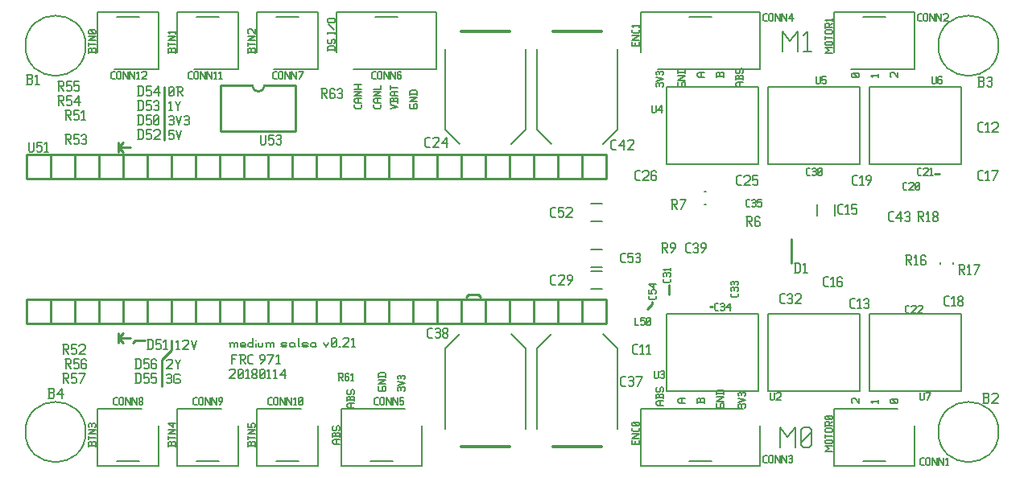
<source format=gbr>
G04 start of page 10 for group -4079 idx -4079 *
G04 Title: board, topsilk *
G04 Creator: pcb 20140316 *
G04 CreationDate: Mon 15 Jan 2018 01:30:57 AM GMT UTC *
G04 For: brian *
G04 Format: Gerber/RS-274X *
G04 PCB-Dimensions (mil): 6000.00 5000.00 *
G04 PCB-Coordinate-Origin: lower left *
%MOIN*%
%FSLAX25Y25*%
%LNTOPSILK*%
%ADD142C,0.0120*%
%ADD141C,0.0083*%
%ADD140C,0.0080*%
%ADD139C,0.0100*%
G54D139*X163000Y270000D02*Y266000D01*
Y268000D02*X165000Y270000D01*
X163000Y268000D02*X165000Y266000D01*
X382000Y201000D02*X384000Y203000D01*
Y204000D01*
X391000Y211000D02*Y207000D01*
X409000Y202000D02*X408000D01*
X503000Y257000D02*X501000D01*
X163000Y268000D02*X168000D01*
X182000Y293000D02*Y271000D01*
X163000Y191000D02*Y187000D01*
Y189000D02*X165000Y191000D01*
X163000Y189000D02*X168000D01*
X307000Y206000D02*X308000Y207000D01*
X312000D01*
X313000Y206000D01*
X163000Y189000D02*X165000Y187000D01*
X174000Y188000D02*X170000D01*
X169000Y187000D01*
X181000Y169000D02*Y180000D01*
X185000Y184000D01*
Y188000D01*
G54D140*X184000Y275020D02*X185960D01*
X184000D02*Y273060D01*
X184490Y273550D01*
X185470D01*
X185960Y273060D01*
Y271590D01*
X185470Y271100D02*X185960Y271590D01*
X184490Y271100D02*X185470D01*
X184000Y271590D02*X184490Y271100D01*
X187136Y275020D02*X188116Y271100D01*
X189096Y275020D01*
X184000Y280530D02*X184490Y281020D01*
X185470D01*
X185960Y280530D01*
X185470Y277100D02*X185960Y277590D01*
X184490Y277100D02*X185470D01*
X184000Y277590D02*X184490Y277100D01*
Y279256D02*X185470D01*
X185960Y280530D02*Y279746D01*
Y278766D02*Y277590D01*
Y278766D02*X185470Y279256D01*
X185960Y279746D02*X185470Y279256D01*
X187136Y281020D02*X188116Y277100D01*
X189096Y281020D01*
X190272Y280530D02*X190762Y281020D01*
X191742D01*
X192232Y280530D01*
X191742Y277100D02*X192232Y277590D01*
X190762Y277100D02*X191742D01*
X190272Y277590D02*X190762Y277100D01*
Y279256D02*X191742D01*
X192232Y280530D02*Y279746D01*
Y278766D02*Y277590D01*
Y278766D02*X191742Y279256D01*
X192232Y279746D02*X191742Y279256D01*
X184000Y289590D02*X184490Y289100D01*
X184000Y292530D02*Y289590D01*
Y292530D02*X184490Y293020D01*
X185470D01*
X185960Y292530D01*
Y289590D01*
X185470Y289100D02*X185960Y289590D01*
X184490Y289100D02*X185470D01*
X184000Y290080D02*X185960Y292040D01*
X187136Y293020D02*X189096D01*
X189586Y292530D01*
Y291550D01*
X189096Y291060D02*X189586Y291550D01*
X187626Y291060D02*X189096D01*
X187626Y293020D02*Y289100D01*
X188410Y291060D02*X189586Y289100D01*
X184000Y286236D02*X184784Y287020D01*
Y283100D01*
X184000D02*X185470D01*
X186646Y287020D02*X187626Y285060D01*
X188606Y287020D01*
X187626Y285060D02*Y283100D01*
X186750Y308500D02*Y307000D01*
Y308500D02*X186375Y308875D01*
X185475D02*X186375D01*
X185100Y308500D02*X185475Y308875D01*
X185100Y308500D02*Y307375D01*
X183750D02*X186750D01*
X183750Y308500D02*Y307000D01*
Y308500D02*X184125Y308875D01*
X184725D01*
X185100Y308500D02*X184725Y308875D01*
X183750Y311275D02*Y309775D01*
Y310525D02*X186750D01*
X183750Y312175D02*X186750D01*
X183750D02*X186750Y314050D01*
X183750D02*X186750D01*
X184350Y314950D02*X183750Y315550D01*
X186750D01*
Y316075D02*Y314950D01*
X249750Y308375D02*X252750D01*
X249750Y309350D02*X250275Y309875D01*
X252225D01*
X252750Y309350D02*X252225Y309875D01*
X252750Y309350D02*Y308000D01*
X249750Y309350D02*Y308000D01*
Y312275D02*X250125Y312650D01*
X249750Y312275D02*Y311150D01*
X250125Y310775D02*X249750Y311150D01*
X250125Y310775D02*X250875D01*
X251250Y311150D01*
Y312275D02*Y311150D01*
Y312275D02*X251625Y312650D01*
X252375D01*
X252750Y312275D02*X252375Y312650D01*
X252750Y312275D02*Y311150D01*
X252375Y310775D02*X252750Y311150D01*
X249750Y315650D02*Y314900D01*
Y315275D02*X252750D01*
Y315650D02*Y314900D01*
X252375Y316550D02*X250125Y318800D01*
Y319700D02*X252375D01*
X250125D02*X249750Y320075D01*
Y320825D02*Y320075D01*
Y320825D02*X250125Y321200D01*
X252375D01*
X252750Y320825D02*X252375Y321200D01*
X252750Y320825D02*Y320075D01*
X252375Y319700D02*X252750Y320075D01*
X263750Y285500D02*Y284525D01*
X263225Y284000D02*X263750Y284525D01*
X261275Y284000D02*X263225D01*
X261275D02*X260750Y284525D01*
Y285500D02*Y284525D01*
X261500Y286400D02*X263750D01*
X261500D02*X260750Y286925D01*
Y287750D02*Y286925D01*
Y287750D02*X261500Y288275D01*
X263750D01*
X262250D02*Y286400D01*
X260750Y289175D02*X263750D01*
X260750D02*X263750Y291050D01*
X260750D02*X263750D01*
X260750Y291950D02*X263750D01*
X260750Y293825D02*X263750D01*
X262250D02*Y291950D01*
X271750Y285500D02*Y284525D01*
X271225Y284000D02*X271750Y284525D01*
X269275Y284000D02*X271225D01*
X269275D02*X268750Y284525D01*
Y285500D02*Y284525D01*
X269500Y286400D02*X271750D01*
X269500D02*X268750Y286925D01*
Y287750D02*Y286925D01*
Y287750D02*X269500Y288275D01*
X271750D01*
X270250D02*Y286400D01*
X268750Y289175D02*X271750D01*
X268750D02*X271750Y291050D01*
X268750D02*X271750D01*
X268750Y291950D02*X271750D01*
Y293450D02*Y291950D01*
X275750Y284000D02*X278750Y284750D01*
X275750Y285500D01*
X278750Y287900D02*Y286400D01*
Y287900D02*X278375Y288275D01*
X277475D02*X278375D01*
X277100Y287900D02*X277475Y288275D01*
X277100Y287900D02*Y286775D01*
X275750D02*X278750D01*
X275750Y287900D02*Y286400D01*
Y287900D02*X276125Y288275D01*
X276725D01*
X277100Y287900D02*X276725Y288275D01*
X276500Y289175D02*X278750D01*
X276500D02*X275750Y289700D01*
Y290525D02*Y289700D01*
Y290525D02*X276500Y291050D01*
X278750D01*
X277250D02*Y289175D01*
X275750Y293450D02*Y291950D01*
Y292700D02*X278750D01*
X283750Y285500D02*X284125Y285875D01*
X283750Y285500D02*Y284375D01*
X284125Y284000D02*X283750Y284375D01*
X284125Y284000D02*X286375D01*
X286750Y284375D01*
Y285500D02*Y284375D01*
Y285500D02*X286375Y285875D01*
X285625D02*X286375D01*
X285250Y285500D02*X285625Y285875D01*
X285250Y285500D02*Y284750D01*
X283750Y286775D02*X286750D01*
X283750D02*X286750Y288650D01*
X283750D02*X286750D01*
X283750Y289925D02*X286750D01*
X283750Y290900D02*X284275Y291425D01*
X286225D01*
X286750Y290900D02*X286225Y291425D01*
X286750Y290900D02*Y289550D01*
X283750Y290900D02*Y289550D01*
X187000Y187236D02*X187784Y188020D01*
Y184100D01*
X187000D02*X188470D01*
X189646Y187530D02*X190136Y188020D01*
X191606D01*
X192096Y187530D01*
Y186550D01*
X189646Y184100D02*X192096Y186550D01*
X189646Y184100D02*X192096D01*
X193272Y188020D02*X194252Y184100D01*
X195232Y188020D01*
X183000Y179530D02*X183490Y180020D01*
X184960D01*
X185450Y179530D01*
Y178550D01*
X183000Y176100D02*X185450Y178550D01*
X183000Y176100D02*X185450D01*
X186626Y180020D02*X187606Y178060D01*
X188586Y180020D01*
X187606Y178060D02*Y176100D01*
X183000Y173530D02*X183490Y174020D01*
X184470D01*
X184960Y173530D01*
X184470Y170100D02*X184960Y170590D01*
X183490Y170100D02*X184470D01*
X183000Y170590D02*X183490Y170100D01*
Y172256D02*X184470D01*
X184960Y173530D02*Y172746D01*
Y171766D02*Y170590D01*
Y171766D02*X184470Y172256D01*
X184960Y172746D02*X184470Y172256D01*
X188096Y174020D02*X188586Y173530D01*
X186626Y174020D02*X188096D01*
X186136Y173530D02*X186626Y174020D01*
X186136Y173530D02*Y170590D01*
X186626Y170100D01*
X188096D01*
X188586Y170590D01*
Y171570D02*Y170590D01*
X188096Y172060D02*X188586Y171570D01*
X187116Y172060D02*X188096D01*
X186750Y145500D02*Y144000D01*
Y145500D02*X186375Y145875D01*
X185475D02*X186375D01*
X185100Y145500D02*X185475Y145875D01*
X185100Y145500D02*Y144375D01*
X183750D02*X186750D01*
X183750Y145500D02*Y144000D01*
Y145500D02*X184125Y145875D01*
X184725D01*
X185100Y145500D02*X184725Y145875D01*
X183750Y148275D02*Y146775D01*
Y147525D02*X186750D01*
X183750Y149175D02*X186750D01*
X183750D02*X186750Y151050D01*
X183750D02*X186750D01*
X185625Y151950D02*X183750Y153450D01*
X185625Y153825D02*Y151950D01*
X183750Y153450D02*X186750D01*
X153750Y308500D02*Y307000D01*
Y308500D02*X153375Y308875D01*
X152475D02*X153375D01*
X152100Y308500D02*X152475Y308875D01*
X152100Y308500D02*Y307375D01*
X150750D02*X153750D01*
X150750Y308500D02*Y307000D01*
Y308500D02*X151125Y308875D01*
X151725D01*
X152100Y308500D02*X151725Y308875D01*
X150750Y311275D02*Y309775D01*
Y310525D02*X153750D01*
X150750Y312175D02*X153750D01*
X150750D02*X153750Y314050D01*
X150750D02*X153750D01*
X153375Y314950D02*X153750Y315325D01*
X151125Y314950D02*X153375D01*
X151125D02*X150750Y315325D01*
Y316075D02*Y315325D01*
Y316075D02*X151125Y316450D01*
X153375D01*
X153750Y316075D02*X153375Y316450D01*
X153750Y316075D02*Y315325D01*
X153000Y314950D02*X151500Y316450D01*
X153750Y145500D02*Y144000D01*
Y145500D02*X153375Y145875D01*
X152475D02*X153375D01*
X152100Y145500D02*X152475Y145875D01*
X152100Y145500D02*Y144375D01*
X150750D02*X153750D01*
X150750Y145500D02*Y144000D01*
Y145500D02*X151125Y145875D01*
X151725D01*
X152100Y145500D02*X151725Y145875D01*
X150750Y148275D02*Y146775D01*
Y147525D02*X153750D01*
X150750Y149175D02*X153750D01*
X150750D02*X153750Y151050D01*
X150750D02*X153750D01*
X151125Y151950D02*X150750Y152325D01*
Y153075D02*Y152325D01*
Y153075D02*X151125Y153450D01*
X153750Y153075D02*X153375Y153450D01*
X153750Y153075D02*Y152325D01*
X153375Y151950D02*X153750Y152325D01*
X152100Y153075D02*Y152325D01*
X151125Y153450D02*X151725D01*
X152475D02*X153375D01*
X152475D02*X152100Y153075D01*
X151725Y153450D02*X152100Y153075D01*
X219750Y308500D02*Y307000D01*
Y308500D02*X219375Y308875D01*
X218475D02*X219375D01*
X218100Y308500D02*X218475Y308875D01*
X218100Y308500D02*Y307375D01*
X216750D02*X219750D01*
X216750Y308500D02*Y307000D01*
Y308500D02*X217125Y308875D01*
X217725D01*
X218100Y308500D02*X217725Y308875D01*
X216750Y311275D02*Y309775D01*
Y310525D02*X219750D01*
X216750Y312175D02*X219750D01*
X216750D02*X219750Y314050D01*
X216750D02*X219750D01*
X217125Y314950D02*X216750Y315325D01*
Y316450D02*Y315325D01*
Y316450D02*X217125Y316825D01*
X217875D01*
X219750Y314950D02*X217875Y316825D01*
X219750D02*Y314950D01*
Y145500D02*Y144000D01*
Y145500D02*X219375Y145875D01*
X218475D02*X219375D01*
X218100Y145500D02*X218475Y145875D01*
X218100Y145500D02*Y144375D01*
X216750D02*X219750D01*
X216750Y145500D02*Y144000D01*
Y145500D02*X217125Y145875D01*
X217725D01*
X218100Y145500D02*X217725Y145875D01*
X216750Y148275D02*Y146775D01*
Y147525D02*X219750D01*
X216750Y149175D02*X219750D01*
X216750D02*X219750Y151050D01*
X216750D02*X219750D01*
X216750Y153450D02*Y151950D01*
X218250D01*
X217875Y152325D01*
Y153075D02*Y152325D01*
Y153075D02*X218250Y153450D01*
X219375D01*
X219750Y153075D02*X219375Y153450D01*
X219750Y153075D02*Y152325D01*
X219375Y151950D02*X219750Y152325D01*
X252500Y145000D02*X254750D01*
X252500D02*X251750Y145525D01*
Y146350D02*Y145525D01*
Y146350D02*X252500Y146875D01*
X254750D01*
X253250D02*Y145000D01*
X254750Y149275D02*Y147775D01*
Y149275D02*X254375Y149650D01*
X253475D02*X254375D01*
X253100Y149275D02*X253475Y149650D01*
X253100Y149275D02*Y148150D01*
X251750D02*X254750D01*
X251750Y149275D02*Y147775D01*
Y149275D02*X252125Y149650D01*
X252725D01*
X253100Y149275D02*X252725Y149650D01*
X251750Y152050D02*X252125Y152425D01*
X251750Y152050D02*Y150925D01*
X252125Y150550D02*X251750Y150925D01*
X252125Y150550D02*X252875D01*
X253250Y150925D01*
Y152050D02*Y150925D01*
Y152050D02*X253625Y152425D01*
X254375D01*
X254750Y152050D02*X254375Y152425D01*
X254750Y152050D02*Y150925D01*
X254375Y150550D02*X254750Y150925D01*
X270750Y168500D02*X271125Y168875D01*
X270750Y168500D02*Y167375D01*
X271125Y167000D02*X270750Y167375D01*
X271125Y167000D02*X273375D01*
X273750Y167375D01*
Y168500D02*Y167375D01*
Y168500D02*X273375Y168875D01*
X272625D02*X273375D01*
X272250Y168500D02*X272625Y168875D01*
X272250Y168500D02*Y167750D01*
X270750Y169775D02*X273750D01*
X270750D02*X273750Y171650D01*
X270750D02*X273750D01*
X270750Y172925D02*X273750D01*
X270750Y173900D02*X271275Y174425D01*
X273225D01*
X273750Y173900D02*X273225Y174425D01*
X273750Y173900D02*Y172550D01*
X270750Y173900D02*Y172550D01*
X279125Y167000D02*X278750Y167375D01*
Y168125D02*Y167375D01*
Y168125D02*X279125Y168500D01*
X281750Y168125D02*X281375Y168500D01*
X281750Y168125D02*Y167375D01*
X281375Y167000D02*X281750Y167375D01*
X280100Y168125D02*Y167375D01*
X279125Y168500D02*X279725D01*
X280475D02*X281375D01*
X280475D02*X280100Y168125D01*
X279725Y168500D02*X280100Y168125D01*
X278750Y169400D02*X281750Y170150D01*
X278750Y170900D01*
X279125Y171800D02*X278750Y172175D01*
Y172925D02*Y172175D01*
Y172925D02*X279125Y173300D01*
X281750Y172925D02*X281375Y173300D01*
X281750Y172925D02*Y172175D01*
X281375Y171800D02*X281750Y172175D01*
X280100Y172925D02*Y172175D01*
X279125Y173300D02*X279725D01*
X280475D02*X281375D01*
X280475D02*X280100Y172925D01*
X279725Y173300D02*X280100Y172925D01*
X258500Y160000D02*X260750D01*
X258500D02*X257750Y160525D01*
Y161350D02*Y160525D01*
Y161350D02*X258500Y161875D01*
X260750D01*
X259250D02*Y160000D01*
X260750Y164275D02*Y162775D01*
Y164275D02*X260375Y164650D01*
X259475D02*X260375D01*
X259100Y164275D02*X259475Y164650D01*
X259100Y164275D02*Y163150D01*
X257750D02*X260750D01*
X257750Y164275D02*Y162775D01*
Y164275D02*X258125Y164650D01*
X258725D01*
X259100Y164275D02*X258725Y164650D01*
X257750Y167050D02*X258125Y167425D01*
X257750Y167050D02*Y165925D01*
X258125Y165550D02*X257750Y165925D01*
X258125Y165550D02*X258875D01*
X259250Y165925D01*
Y167050D02*Y165925D01*
Y167050D02*X259625Y167425D01*
X260375D01*
X260750Y167050D02*X260375Y167425D01*
X260750Y167050D02*Y165925D01*
X260375Y165550D02*X260750Y165925D01*
X209490Y186570D02*Y185100D01*
Y186570D02*X209980Y187060D01*
X210470D01*
X210960Y186570D01*
Y185100D01*
Y186570D02*X211450Y187060D01*
X211940D01*
X212430Y186570D01*
Y185100D01*
X209000Y187060D02*X209490Y186570D01*
X214096Y185100D02*X215566D01*
X213606Y185590D02*X214096Y185100D01*
X213606Y186570D02*Y185590D01*
Y186570D02*X214096Y187060D01*
X215076D01*
X215566Y186570D01*
X213606Y186080D02*X215566D01*
Y186570D02*Y186080D01*
X218702Y189020D02*Y185100D01*
X218212D02*X218702Y185590D01*
X217232Y185100D02*X218212D01*
X216742Y185590D02*X217232Y185100D01*
X216742Y186570D02*Y185590D01*
Y186570D02*X217232Y187060D01*
X218212D01*
X218702Y186570D01*
X219878Y188040D02*Y187942D01*
Y186570D02*Y185100D01*
X220858Y187060D02*Y185590D01*
X221348Y185100D01*
X222328D01*
X222818Y185590D01*
Y187060D02*Y185590D01*
X224484Y186570D02*Y185100D01*
Y186570D02*X224974Y187060D01*
X225464D01*
X225954Y186570D01*
Y185100D01*
Y186570D02*X226444Y187060D01*
X226934D01*
X227424Y186570D01*
Y185100D01*
X223994Y187060D02*X224484Y186570D01*
X230854Y185100D02*X232324D01*
X232814Y185590D01*
X232324Y186080D02*X232814Y185590D01*
X230854Y186080D02*X232324D01*
X230364Y186570D02*X230854Y186080D01*
X230364Y186570D02*X230854Y187060D01*
X232324D01*
X232814Y186570D01*
X230364Y185590D02*X230854Y185100D01*
X235460Y187060D02*X235950Y186570D01*
X234480Y187060D02*X235460D01*
X233990Y186570D02*X234480Y187060D01*
X233990Y186570D02*Y185590D01*
X234480Y185100D01*
X235950Y187060D02*Y185590D01*
X236440Y185100D01*
X234480D02*X235460D01*
X235950Y185590D01*
X237616Y189020D02*Y185590D01*
X238106Y185100D01*
X239576D02*X241046D01*
X241536Y185590D01*
X241046Y186080D02*X241536Y185590D01*
X239576Y186080D02*X241046D01*
X239086Y186570D02*X239576Y186080D01*
X239086Y186570D02*X239576Y187060D01*
X241046D01*
X241536Y186570D01*
X239086Y185590D02*X239576Y185100D01*
X244182Y187060D02*X244672Y186570D01*
X243202Y187060D02*X244182D01*
X242712Y186570D02*X243202Y187060D01*
X242712Y186570D02*Y185590D01*
X243202Y185100D01*
X244672Y187060D02*Y185590D01*
X245162Y185100D01*
X243202D02*X244182D01*
X244672Y185590D01*
X248102Y187060D02*X249082Y185100D01*
X250062Y187060D02*X249082Y185100D01*
X251238Y185590D02*X251728Y185100D01*
X251238Y188530D02*Y185590D01*
Y188530D02*X251728Y189020D01*
X252708D01*
X253198Y188530D01*
Y185590D01*
X252708Y185100D02*X253198Y185590D01*
X251728Y185100D02*X252708D01*
X251238Y186080D02*X253198Y188040D01*
X254374Y185100D02*X254864D01*
X256040Y188530D02*X256530Y189020D01*
X258000D01*
X258490Y188530D01*
Y187550D01*
X256040Y185100D02*X258490Y187550D01*
X256040Y185100D02*X258490D01*
X259666Y188236D02*X260450Y189020D01*
Y185100D01*
X259666D02*X261136D01*
X210000Y182020D02*Y178100D01*
Y182020D02*X211960D01*
X210000Y180256D02*X211470D01*
X213136Y182020D02*X215096D01*
X215586Y181530D01*
Y180550D01*
X215096Y180060D02*X215586Y180550D01*
X213626Y180060D02*X215096D01*
X213626Y182020D02*Y178100D01*
X214410Y180060D02*X215586Y178100D01*
X217448D02*X218722D01*
X216762Y178786D02*X217448Y178100D01*
X216762Y181334D02*Y178786D01*
Y181334D02*X217448Y182020D01*
X218722D01*
X222152Y178100D02*X223622Y180060D01*
Y181530D02*Y180060D01*
X223132Y182020D02*X223622Y181530D01*
X222152Y182020D02*X223132D01*
X221662Y181530D02*X222152Y182020D01*
X221662Y181530D02*Y180550D01*
X222152Y180060D01*
X223622D01*
X225288Y178100D02*X227248Y182020D01*
X224798D02*X227248D01*
X228424Y181236D02*X229208Y182020D01*
Y178100D01*
X228424D02*X229894D01*
X209000Y175530D02*X209490Y176020D01*
X210960D01*
X211450Y175530D01*
Y174550D01*
X209000Y172100D02*X211450Y174550D01*
X209000Y172100D02*X211450D01*
X212626Y172590D02*X213116Y172100D01*
X212626Y175530D02*Y172590D01*
Y175530D02*X213116Y176020D01*
X214096D01*
X214586Y175530D01*
Y172590D01*
X214096Y172100D02*X214586Y172590D01*
X213116Y172100D02*X214096D01*
X212626Y173080D02*X214586Y175040D01*
X215762Y175236D02*X216546Y176020D01*
Y172100D01*
X215762D02*X217232D01*
X218408Y172590D02*X218898Y172100D01*
X218408Y173374D02*Y172590D01*
Y173374D02*X219094Y174060D01*
X219682D01*
X220368Y173374D01*
Y172590D01*
X219878Y172100D02*X220368Y172590D01*
X218898Y172100D02*X219878D01*
X218408Y174746D02*X219094Y174060D01*
X218408Y175530D02*Y174746D01*
Y175530D02*X218898Y176020D01*
X219878D01*
X220368Y175530D01*
Y174746D01*
X219682Y174060D02*X220368Y174746D01*
X221544Y172590D02*X222034Y172100D01*
X221544Y175530D02*Y172590D01*
Y175530D02*X222034Y176020D01*
X223014D01*
X223504Y175530D01*
Y172590D01*
X223014Y172100D02*X223504Y172590D01*
X222034Y172100D02*X223014D01*
X221544Y173080D02*X223504Y175040D01*
X224680Y175236D02*X225464Y176020D01*
Y172100D01*
X224680D02*X226150D01*
X227326Y175236D02*X228110Y176020D01*
Y172100D01*
X227326D02*X228796D01*
X229972Y173570D02*X231932Y176020D01*
X229972Y173570D02*X232422D01*
X231932Y176020D02*Y172100D01*
G54D141*X438000Y315920D02*Y307600D01*
Y315920D02*X441120Y311760D01*
X444240Y315920D01*
Y307600D01*
X446736Y314256D02*X448400Y315920D01*
Y307600D01*
X446736D02*X449856D01*
G54D140*X455750Y307000D02*X458750D01*
X455750D02*X457250Y308125D01*
X455750Y309250D01*
X458750D01*
X456125Y310150D02*X458375D01*
X456125D02*X455750Y310525D01*
Y311275D02*Y310525D01*
Y311275D02*X456125Y311650D01*
X458375D01*
X458750Y311275D02*X458375Y311650D01*
X458750Y311275D02*Y310525D01*
X458375Y310150D02*X458750Y310525D01*
X455750Y314050D02*Y312550D01*
Y313300D02*X458750D01*
X456125Y314950D02*X458375D01*
X456125D02*X455750Y315325D01*
Y316075D02*Y315325D01*
Y316075D02*X456125Y316450D01*
X458375D01*
X458750Y316075D02*X458375Y316450D01*
X458750Y316075D02*Y315325D01*
X458375Y314950D02*X458750Y315325D01*
X455750Y318850D02*Y317350D01*
Y318850D02*X456125Y319225D01*
X456875D01*
X457250Y318850D02*X456875Y319225D01*
X457250Y318850D02*Y317725D01*
X455750D02*X458750D01*
X457250Y318325D02*X458750Y319225D01*
X456350Y320125D02*X455750Y320725D01*
X458750D01*
Y321250D02*Y320125D01*
X377100Y311125D02*Y310000D01*
X378750Y311500D02*Y310000D01*
X375750D02*X378750D01*
X375750Y311500D02*Y310000D01*
Y312400D02*X378750D01*
X375750D02*X378750Y314275D01*
X375750D02*X378750D01*
Y316675D02*Y315700D01*
X378225Y315175D02*X378750Y315700D01*
X376275Y315175D02*X378225D01*
X376275D02*X375750Y315700D01*
Y316675D02*Y315700D01*
X376350Y317575D02*X375750Y318175D01*
X378750D01*
Y318700D02*Y317575D01*
X403500Y297000D02*X405750D01*
X403500D02*X402750Y297525D01*
Y298350D02*Y297525D01*
Y298350D02*X403500Y298875D01*
X405750D01*
X404250D02*Y297000D01*
X386125Y293000D02*X385750Y293375D01*
Y294125D02*Y293375D01*
Y294125D02*X386125Y294500D01*
X388750Y294125D02*X388375Y294500D01*
X388750Y294125D02*Y293375D01*
X388375Y293000D02*X388750Y293375D01*
X387100Y294125D02*Y293375D01*
X386125Y294500D02*X386725D01*
X387475D02*X388375D01*
X387475D02*X387100Y294125D01*
X386725Y294500D02*X387100Y294125D01*
X385750Y295400D02*X388750Y296150D01*
X385750Y296900D01*
X386125Y297800D02*X385750Y298175D01*
Y298925D02*Y298175D01*
Y298925D02*X386125Y299300D01*
X388750Y298925D02*X388375Y299300D01*
X388750Y298925D02*Y298175D01*
X388375Y297800D02*X388750Y298175D01*
X387100Y298925D02*Y298175D01*
X386125Y299300D02*X386725D01*
X387475D02*X388375D01*
X387475D02*X387100Y298925D01*
X386725Y299300D02*X387100Y298925D01*
X394740Y294480D02*X395110Y294850D01*
X394740Y294480D02*Y293370D01*
X395110Y293000D02*X394740Y293370D01*
X395110Y293000D02*X397330D01*
X397700Y293370D01*
Y294480D02*Y293370D01*
Y294480D02*X397330Y294850D01*
X396590D02*X397330D01*
X396220Y294480D02*X396590Y294850D01*
X396220Y294480D02*Y293740D01*
X394740Y295738D02*X397700D01*
X394740D02*X397700Y297588D01*
X394740D02*X397700D01*
X394740Y298846D02*X397700D01*
X394740Y299808D02*X395258Y300326D01*
X397182D01*
X397700Y299808D02*X397182Y300326D01*
X397700Y299808D02*Y298476D01*
X394740Y299808D02*Y298476D01*
X413750Y298500D02*Y297000D01*
Y298500D02*X413375Y298875D01*
X412475D02*X413375D01*
X412100Y298500D02*X412475Y298875D01*
X412100Y298500D02*Y297375D01*
X410750D02*X413750D01*
X410750Y298500D02*Y297000D01*
Y298500D02*X411125Y298875D01*
X411725D01*
X412100Y298500D02*X411725Y298875D01*
X419500Y293000D02*X421750D01*
X419500D02*X418750Y293525D01*
Y294350D02*Y293525D01*
Y294350D02*X419500Y294875D01*
X421750D01*
X420250D02*Y293000D01*
X421750Y297275D02*Y295775D01*
Y297275D02*X421375Y297650D01*
X420475D02*X421375D01*
X420100Y297275D02*X420475Y297650D01*
X420100Y297275D02*Y296150D01*
X418750D02*X421750D01*
X418750Y297275D02*Y295775D01*
Y297275D02*X419125Y297650D01*
X419725D01*
X420100Y297275D02*X419725Y297650D01*
X418750Y300050D02*X419125Y300425D01*
X418750Y300050D02*Y298925D01*
X419125Y298550D02*X418750Y298925D01*
X419125Y298550D02*X419875D01*
X420250Y298925D01*
Y300050D02*Y298925D01*
Y300050D02*X420625Y300425D01*
X421375D01*
X421750Y300050D02*X421375Y300425D01*
X421750Y300050D02*Y298925D01*
X421375Y298550D02*X421750Y298925D01*
X469375Y297000D02*X469750Y297375D01*
X467125Y297000D02*X469375D01*
X467125D02*X466750Y297375D01*
Y298125D02*Y297375D01*
Y298125D02*X467125Y298500D01*
X469375D01*
X469750Y298125D02*X469375Y298500D01*
X469750Y298125D02*Y297375D01*
X469000Y297000D02*X467500Y298500D01*
X475350Y297000D02*X474750Y297600D01*
X477750D01*
Y298125D02*Y297000D01*
X483125D02*X482750Y297375D01*
Y298500D02*Y297375D01*
Y298500D02*X483125Y298875D01*
X483875D01*
X485750Y297000D02*X483875Y298875D01*
X485750D02*Y297000D01*
G54D141*X437000Y151920D02*Y143600D01*
Y151920D02*X440120Y147760D01*
X443240Y151920D01*
Y143600D01*
X445736Y144640D02*X446776Y143600D01*
X445736Y150880D02*Y144640D01*
Y150880D02*X446776Y151920D01*
X448856D01*
X449896Y150880D01*
Y144640D01*
X448856Y143600D02*X449896Y144640D01*
X446776Y143600D02*X448856D01*
X445736Y145680D02*X449896Y149840D01*
G54D140*X455750Y142000D02*X458750D01*
X455750D02*X457250Y143125D01*
X455750Y144250D01*
X458750D01*
X456125Y145150D02*X458375D01*
X456125D02*X455750Y145525D01*
Y146275D02*Y145525D01*
Y146275D02*X456125Y146650D01*
X458375D01*
X458750Y146275D02*X458375Y146650D01*
X458750Y146275D02*Y145525D01*
X458375Y145150D02*X458750Y145525D01*
X455750Y149050D02*Y147550D01*
Y148300D02*X458750D01*
X456125Y149950D02*X458375D01*
X456125D02*X455750Y150325D01*
Y151075D02*Y150325D01*
Y151075D02*X456125Y151450D01*
X458375D01*
X458750Y151075D02*X458375Y151450D01*
X458750Y151075D02*Y150325D01*
X458375Y149950D02*X458750Y150325D01*
X455750Y153850D02*Y152350D01*
Y153850D02*X456125Y154225D01*
X456875D01*
X457250Y153850D02*X456875Y154225D01*
X457250Y153850D02*Y152725D01*
X455750D02*X458750D01*
X457250Y153325D02*X458750Y154225D01*
X458375Y155125D02*X458750Y155500D01*
X456125Y155125D02*X458375D01*
X456125D02*X455750Y155500D01*
Y156250D02*Y155500D01*
Y156250D02*X456125Y156625D01*
X458375D01*
X458750Y156250D02*X458375Y156625D01*
X458750Y156250D02*Y155500D01*
X458000Y155125D02*X456500Y156625D01*
X485375Y162000D02*X485750Y162375D01*
X483125Y162000D02*X485375D01*
X483125D02*X482750Y162375D01*
Y163125D02*Y162375D01*
Y163125D02*X483125Y163500D01*
X485375D01*
X485750Y163125D02*X485375Y163500D01*
X485750Y163125D02*Y162375D01*
X485000Y162000D02*X483500Y163500D01*
X475350Y162000D02*X474750Y162600D01*
X477750D01*
Y163125D02*Y162000D01*
X467125D02*X466750Y162375D01*
Y163500D02*Y162375D01*
Y163500D02*X467125Y163875D01*
X467875D01*
X469750Y162000D02*X467875Y163875D01*
X469750D02*Y162000D01*
X377100Y146125D02*Y145000D01*
X378750Y146500D02*Y145000D01*
X375750D02*X378750D01*
X375750Y146500D02*Y145000D01*
Y147400D02*X378750D01*
X375750D02*X378750Y149275D01*
X375750D02*X378750D01*
Y151675D02*Y150700D01*
X378225Y150175D02*X378750Y150700D01*
X376275Y150175D02*X378225D01*
X376275D02*X375750Y150700D01*
Y151675D02*Y150700D01*
X378375Y152575D02*X378750Y152950D01*
X376125Y152575D02*X378375D01*
X376125D02*X375750Y152950D01*
Y153700D02*Y152950D01*
Y153700D02*X376125Y154075D01*
X378375D01*
X378750Y153700D02*X378375Y154075D01*
X378750Y153700D02*Y152950D01*
X378000Y152575D02*X376500Y154075D01*
X405750Y163500D02*Y162000D01*
Y163500D02*X405375Y163875D01*
X404475D02*X405375D01*
X404100Y163500D02*X404475Y163875D01*
X404100Y163500D02*Y162375D01*
X402750D02*X405750D01*
X402750Y163500D02*Y162000D01*
Y163500D02*X403125Y163875D01*
X403725D01*
X404100Y163500D02*X403725Y163875D01*
X395500Y162000D02*X397750D01*
X395500D02*X394750Y162525D01*
Y163350D02*Y162525D01*
Y163350D02*X395500Y163875D01*
X397750D01*
X396250D02*Y162000D01*
X386500Y161000D02*X388750D01*
X386500D02*X385750Y161525D01*
Y162350D02*Y161525D01*
Y162350D02*X386500Y162875D01*
X388750D01*
X387250D02*Y161000D01*
X388750Y165275D02*Y163775D01*
Y165275D02*X388375Y165650D01*
X387475D02*X388375D01*
X387100Y165275D02*X387475Y165650D01*
X387100Y165275D02*Y164150D01*
X385750D02*X388750D01*
X385750Y165275D02*Y163775D01*
Y165275D02*X386125Y165650D01*
X386725D01*
X387100Y165275D02*X386725Y165650D01*
X385750Y168050D02*X386125Y168425D01*
X385750Y168050D02*Y166925D01*
X386125Y166550D02*X385750Y166925D01*
X386125Y166550D02*X386875D01*
X387250Y166925D01*
Y168050D02*Y166925D01*
Y168050D02*X387625Y168425D01*
X388375D01*
X388750Y168050D02*X388375Y168425D01*
X388750Y168050D02*Y166925D01*
X388375Y166550D02*X388750Y166925D01*
X420125Y160000D02*X419750Y160375D01*
Y161125D02*Y160375D01*
Y161125D02*X420125Y161500D01*
X422750Y161125D02*X422375Y161500D01*
X422750Y161125D02*Y160375D01*
X422375Y160000D02*X422750Y160375D01*
X421100Y161125D02*Y160375D01*
X420125Y161500D02*X420725D01*
X421475D02*X422375D01*
X421475D02*X421100Y161125D01*
X420725Y161500D02*X421100Y161125D01*
X419750Y162400D02*X422750Y163150D01*
X419750Y163900D01*
X420125Y164800D02*X419750Y165175D01*
Y165925D02*Y165175D01*
Y165925D02*X420125Y166300D01*
X422750Y165925D02*X422375Y166300D01*
X422750Y165925D02*Y165175D01*
X422375Y164800D02*X422750Y165175D01*
X421100Y165925D02*Y165175D01*
X420125Y166300D02*X420725D01*
X421475D02*X422375D01*
X421475D02*X421100Y165925D01*
X420725Y166300D02*X421100Y165925D01*
X410740Y161480D02*X411110Y161850D01*
X410740Y161480D02*Y160370D01*
X411110Y160000D02*X410740Y160370D01*
X411110Y160000D02*X413330D01*
X413700Y160370D01*
Y161480D02*Y160370D01*
Y161480D02*X413330Y161850D01*
X412590D02*X413330D01*
X412220Y161480D02*X412590Y161850D01*
X412220Y161480D02*Y160740D01*
X410740Y162738D02*X413700D01*
X410740D02*X413700Y164588D01*
X410740D02*X413700D01*
X410740Y165846D02*X413700D01*
X410740Y166808D02*X411258Y167326D01*
X413182D01*
X413700Y166808D02*X413182Y167326D01*
X413700Y166808D02*Y165476D01*
X410740Y166808D02*Y165476D01*
X405607Y244245D02*X406393D01*
X405607Y249755D02*X406393D01*
X485748Y159578D02*X459252D01*
X492748Y152578D02*Y136043D01*
X459252Y159578D02*Y136043D01*
X492748D02*X459252D01*
X480622Y138043D02*X471378D01*
X432000Y198944D02*Y167056D01*
X470000Y198944D02*Y167056D01*
X432000Y198944D02*X470000D01*
X432000Y167056D02*X470000D01*
X474000Y198944D02*Y167056D01*
X512000Y198944D02*Y167056D01*
X474000Y198944D02*X512000D01*
X474000Y167056D02*X512000D01*
X503245Y220393D02*Y219607D01*
X508755Y220393D02*Y219607D01*
X502500Y150000D02*G75*G03X502500Y150000I12500J0D01*G01*
G54D139*X441600Y220000D02*Y230000D01*
G54D140*X466252Y300422D02*X492748D01*
X459252Y323957D02*Y307422D01*
X492748Y323957D02*Y300422D01*
X459252Y323957D02*X492748D01*
X471378Y321957D02*X480622D01*
X502500Y310000D02*G75*G03X502500Y310000I12500J0D01*G01*
X459740Y244362D02*Y239638D01*
X452260Y244362D02*Y239638D01*
X512000Y292944D02*Y261056D01*
X474000Y292944D02*Y261056D01*
X512000D01*
X474000Y292944D02*X512000D01*
X470000D02*Y261056D01*
X432000Y292944D02*Y261056D01*
X470000D01*
X432000Y292944D02*X470000D01*
X358638Y244740D02*X363362D01*
X358638Y237260D02*X363362D01*
X390000Y198944D02*Y167056D01*
X428000Y198944D02*Y167056D01*
X390000Y198944D02*X428000D01*
X390000Y167056D02*X428000D01*
X421622Y159578D02*X379378D01*
X428622Y152578D02*Y136043D01*
X379378Y159578D02*Y136043D01*
X428622D02*X379378D01*
X408622Y138043D02*X399378D01*
X386378Y300422D02*X428622D01*
X379378Y323957D02*Y307422D01*
X428622Y323957D02*Y300422D01*
X379378Y323957D02*X428622D01*
X399378Y321957D02*X408622D01*
X428000Y292944D02*Y261056D01*
X390000Y292944D02*Y261056D01*
X428000D01*
X390000Y292944D02*X428000D01*
G54D142*X343000Y316000D02*X363000D01*
G54D140*X336268Y275268D02*Y308732D01*
X369732Y275268D02*Y308732D01*
Y275268D02*X363827Y269362D01*
X336268Y275268D02*X342173Y269362D01*
G54D142*X305000Y316000D02*X325000D01*
G54D140*X298268Y275268D02*Y308732D01*
X331732Y275268D02*Y308732D01*
Y275268D02*X325827Y269362D01*
X298268Y275268D02*X304173Y269362D01*
X260315Y300422D02*X294685D01*
X253315Y323957D02*Y307422D01*
X294685Y323957D02*Y300422D01*
X253315Y323957D02*X294685D01*
X269378Y321957D02*X278622D01*
X255252Y159578D02*X281748D01*
X288748Y152578D02*Y136043D01*
X255252Y159578D02*Y136043D01*
X288748D01*
X267378Y138043D02*X276622D01*
G54D142*X305000Y144000D02*X325000D01*
G54D140*X331732Y184732D02*Y151268D01*
X298268Y184732D02*Y151268D01*
Y184732D02*X304173Y190638D01*
X331732Y184732D02*X325827Y190638D01*
G54D142*X343000Y144000D02*X363000D01*
G54D140*X369732Y184732D02*Y151268D01*
X336268Y184732D02*Y151268D01*
Y184732D02*X342173Y190638D01*
X369732Y184732D02*X363827Y190638D01*
X358638Y225740D02*X363362D01*
X358638Y218260D02*X363362D01*
G54D139*X125000Y255000D02*X365000D01*
Y265000D02*X125000D01*
Y255000D02*Y265000D01*
X135000Y255000D02*Y265000D01*
X145000Y255000D02*Y265000D01*
X155000Y255000D02*Y265000D01*
X165000Y255000D02*Y265000D01*
X175000Y255000D02*Y265000D01*
X185000Y255000D02*Y265000D01*
X195000Y255000D02*Y265000D01*
X205000Y255000D02*Y265000D01*
X215000Y255000D02*Y265000D01*
X225000Y255000D02*Y265000D01*
X235000Y255000D02*Y265000D01*
X245000Y255000D02*Y265000D01*
X255000Y255000D02*Y265000D01*
X265000Y255000D02*Y265000D01*
X275000Y255000D02*Y265000D01*
X285000Y255000D02*Y265000D01*
X295000Y255000D02*Y265000D01*
X305000Y255000D02*Y265000D01*
X315000Y255000D02*Y265000D01*
X325000Y255000D02*Y265000D01*
X335000Y255000D02*Y265000D01*
X345000Y255000D02*Y265000D01*
X355000Y255000D02*Y265000D01*
X365000Y255000D02*Y265000D01*
X125000Y195000D02*X365000D01*
Y205000D02*X125000D01*
Y195000D02*Y205000D01*
X135000Y195000D02*Y205000D01*
X145000Y195000D02*Y205000D01*
X155000Y195000D02*Y205000D01*
X165000Y195000D02*Y205000D01*
X175000Y195000D02*Y205000D01*
X185000Y195000D02*Y205000D01*
X195000Y195000D02*Y205000D01*
X205000Y195000D02*Y205000D01*
X215000Y195000D02*Y205000D01*
X225000Y195000D02*Y205000D01*
X235000Y195000D02*Y205000D01*
X245000Y195000D02*Y205000D01*
X255000Y195000D02*Y205000D01*
X265000Y195000D02*Y205000D01*
X275000Y195000D02*Y205000D01*
X285000Y195000D02*Y205000D01*
X295000Y195000D02*Y205000D01*
X305000Y195000D02*Y205000D01*
X315000Y195000D02*Y205000D01*
X325000Y195000D02*Y205000D01*
X335000Y195000D02*Y205000D01*
X345000Y195000D02*Y205000D01*
X355000Y195000D02*Y205000D01*
X365000Y195000D02*Y205000D01*
G54D140*X358638Y216740D02*X363362D01*
X358638Y209260D02*X363362D01*
X238811Y159578D02*X220189D01*
X245811Y152578D02*Y136043D01*
X220189Y159578D02*Y136043D01*
X245811D02*X220189D01*
X237622Y138043D02*X228378D01*
X205811Y159578D02*X187189D01*
X212811Y152578D02*Y136043D01*
X187189Y159578D02*Y136043D01*
X212811D02*X187189D01*
X204622Y138043D02*X195378D01*
X124500Y310000D02*G75*G03X124500Y310000I12500J0D01*G01*
X161189Y300422D02*X179811D01*
X154189Y323957D02*Y307422D01*
X179811Y323957D02*Y300422D01*
X154189Y323957D02*X179811D01*
X162378Y321957D02*X171622D01*
X124500Y150000D02*G75*G03X124500Y150000I12500J0D01*G01*
G54D139*X205500Y293500D02*Y274500D01*
X236500D01*
Y293500D01*
X205500D02*X218500D01*
X236500D02*X223500D01*
X218500D02*G75*G03X223500Y293500I2500J0D01*G01*
G54D140*X227189Y300422D02*X245811D01*
X220189Y323957D02*Y307422D01*
X245811Y323957D02*Y300422D01*
X220189Y323957D02*X245811D01*
X228378Y321957D02*X237622D01*
X194189Y300422D02*X212811D01*
X187189Y323957D02*Y307422D01*
X212811Y323957D02*Y300422D01*
X187189Y323957D02*X212811D01*
X195378Y321957D02*X204622D01*
X172811Y159578D02*X154189D01*
X179811Y152578D02*Y136043D01*
X154189Y159578D02*Y136043D01*
X179811D02*X154189D01*
X171622Y138043D02*X162378D01*
X269539Y161150D02*X270540D01*
X269000Y161689D02*X269539Y161150D01*
X269000Y163691D02*Y161689D01*
Y163691D02*X269539Y164230D01*
X270540D01*
X271464Y163845D02*Y161535D01*
Y163845D02*X271849Y164230D01*
X272619D01*
X273004Y163845D01*
Y161535D01*
X272619Y161150D02*X273004Y161535D01*
X271849Y161150D02*X272619D01*
X271464Y161535D02*X271849Y161150D01*
X273928Y164230D02*Y161150D01*
Y164230D02*X275853Y161150D01*
Y164230D02*Y161150D01*
X276777Y164230D02*Y161150D01*
Y164230D02*X278702Y161150D01*
Y164230D02*Y161150D01*
X279626Y164230D02*X281166D01*
X279626D02*Y162690D01*
X280011Y163075D01*
X280781D01*
X281166Y162690D01*
Y161535D01*
X280781Y161150D02*X281166Y161535D01*
X280011Y161150D02*X280781D01*
X279626Y161535D02*X280011Y161150D01*
X291700Y189000D02*X293000D01*
X291000Y189700D02*X291700Y189000D01*
X291000Y192300D02*Y189700D01*
Y192300D02*X291700Y193000D01*
X293000D01*
X294200Y192500D02*X294700Y193000D01*
X295700D01*
X296200Y192500D01*
X295700Y189000D02*X296200Y189500D01*
X294700Y189000D02*X295700D01*
X294200Y189500D02*X294700Y189000D01*
Y191200D02*X295700D01*
X296200Y192500D02*Y191700D01*
Y190700D02*Y189500D01*
Y190700D02*X295700Y191200D01*
X296200Y191700D02*X295700Y191200D01*
X297400Y189500D02*X297900Y189000D01*
X297400Y190300D02*Y189500D01*
Y190300D02*X298100Y191000D01*
X298700D01*
X299400Y190300D01*
Y189500D01*
X298900Y189000D02*X299400Y189500D01*
X297900Y189000D02*X298900D01*
X297400Y191700D02*X298100Y191000D01*
X297400Y192500D02*Y191700D01*
Y192500D02*X297900Y193000D01*
X298900D01*
X299400Y192500D01*
Y191700D01*
X298700Y191000D02*X299400Y191700D01*
X225539Y161150D02*X226540D01*
X225000Y161689D02*X225539Y161150D01*
X225000Y163691D02*Y161689D01*
Y163691D02*X225539Y164230D01*
X226540D01*
X227464Y163845D02*Y161535D01*
Y163845D02*X227849Y164230D01*
X228619D01*
X229004Y163845D01*
Y161535D01*
X228619Y161150D02*X229004Y161535D01*
X227849Y161150D02*X228619D01*
X227464Y161535D02*X227849Y161150D01*
X229928Y164230D02*Y161150D01*
Y164230D02*X231853Y161150D01*
Y164230D02*Y161150D01*
X232777Y164230D02*Y161150D01*
Y164230D02*X234702Y161150D01*
Y164230D02*Y161150D01*
X235626Y163614D02*X236242Y164230D01*
Y161150D01*
X235626D02*X236781D01*
X237705Y161535D02*X238090Y161150D01*
X237705Y163845D02*Y161535D01*
Y163845D02*X238090Y164230D01*
X238860D01*
X239245Y163845D01*
Y161535D01*
X238860Y161150D02*X239245Y161535D01*
X238090Y161150D02*X238860D01*
X237705Y161920D02*X239245Y163460D01*
X194539Y161150D02*X195540D01*
X194000Y161689D02*X194539Y161150D01*
X194000Y163691D02*Y161689D01*
Y163691D02*X194539Y164230D01*
X195540D01*
X196464Y163845D02*Y161535D01*
Y163845D02*X196849Y164230D01*
X197619D01*
X198004Y163845D01*
Y161535D01*
X197619Y161150D02*X198004Y161535D01*
X196849Y161150D02*X197619D01*
X196464Y161535D02*X196849Y161150D01*
X198928Y164230D02*Y161150D01*
Y164230D02*X200853Y161150D01*
Y164230D02*Y161150D01*
X201777Y164230D02*Y161150D01*
Y164230D02*X203702Y161150D01*
Y164230D02*Y161150D01*
X205011D02*X206166Y162690D01*
Y163845D02*Y162690D01*
X205781Y164230D02*X206166Y163845D01*
X205011Y164230D02*X205781D01*
X204626Y163845D02*X205011Y164230D01*
X204626Y163845D02*Y163075D01*
X205011Y162690D01*
X206166D01*
X161539Y161150D02*X162540D01*
X161000Y161689D02*X161539Y161150D01*
X161000Y163691D02*Y161689D01*
Y163691D02*X161539Y164230D01*
X162540D01*
X163464Y163845D02*Y161535D01*
Y163845D02*X163849Y164230D01*
X164619D01*
X165004Y163845D01*
Y161535D01*
X164619Y161150D02*X165004Y161535D01*
X163849Y161150D02*X164619D01*
X163464Y161535D02*X163849Y161150D01*
X165928Y164230D02*Y161150D01*
Y164230D02*X167853Y161150D01*
Y164230D02*Y161150D01*
X168777Y164230D02*Y161150D01*
Y164230D02*X170702Y161150D01*
Y164230D02*Y161150D01*
X171626Y161535D02*X172011Y161150D01*
X171626Y162151D02*Y161535D01*
Y162151D02*X172165Y162690D01*
X172627D01*
X173166Y162151D01*
Y161535D01*
X172781Y161150D02*X173166Y161535D01*
X172011Y161150D02*X172781D01*
X171626Y163229D02*X172165Y162690D01*
X171626Y163845D02*Y163229D01*
Y163845D02*X172011Y164230D01*
X172781D01*
X173166Y163845D01*
Y163229D01*
X172627Y162690D02*X173166Y163229D01*
X170350Y174150D02*Y170150D01*
X171650Y174150D02*X172350Y173450D01*
Y170850D01*
X171650Y170150D02*X172350Y170850D01*
X169850Y170150D02*X171650D01*
X169850Y174150D02*X171650D01*
X173550D02*X175550D01*
X173550D02*Y172150D01*
X174050Y172650D01*
X175050D01*
X175550Y172150D01*
Y170650D01*
X175050Y170150D02*X175550Y170650D01*
X174050Y170150D02*X175050D01*
X173550Y170650D02*X174050Y170150D01*
X176750Y174150D02*X178750D01*
X176750D02*Y172150D01*
X177250Y172650D01*
X178250D01*
X178750Y172150D01*
Y170650D01*
X178250Y170150D02*X178750Y170650D01*
X177250Y170150D02*X178250D01*
X176750Y170650D02*X177250Y170150D01*
X170350Y180150D02*Y176150D01*
X171650Y180150D02*X172350Y179450D01*
Y176850D01*
X171650Y176150D02*X172350Y176850D01*
X169850Y176150D02*X171650D01*
X169850Y180150D02*X171650D01*
X173550D02*X175550D01*
X173550D02*Y178150D01*
X174050Y178650D01*
X175050D01*
X175550Y178150D01*
Y176650D01*
X175050Y176150D02*X175550Y176650D01*
X174050Y176150D02*X175050D01*
X173550Y176650D02*X174050Y176150D01*
X178250Y180150D02*X178750Y179650D01*
X177250Y180150D02*X178250D01*
X176750Y179650D02*X177250Y180150D01*
X176750Y179650D02*Y176650D01*
X177250Y176150D01*
X178250Y178350D02*X178750Y177850D01*
X176750Y178350D02*X178250D01*
X177250Y176150D02*X178250D01*
X178750Y176650D01*
Y177850D02*Y176650D01*
X175350Y188150D02*Y184150D01*
X176650Y188150D02*X177350Y187450D01*
Y184850D01*
X176650Y184150D02*X177350Y184850D01*
X174850Y184150D02*X176650D01*
X174850Y188150D02*X176650D01*
X178550D02*X180550D01*
X178550D02*Y186150D01*
X179050Y186650D01*
X180050D01*
X180550Y186150D01*
Y184650D01*
X180050Y184150D02*X180550Y184650D01*
X179050Y184150D02*X180050D01*
X178550Y184650D02*X179050Y184150D01*
X181750Y187350D02*X182550Y188150D01*
Y184150D01*
X181750D02*X183250D01*
X139850Y174150D02*X141850D01*
X142350Y173650D01*
Y172650D01*
X141850Y172150D02*X142350Y172650D01*
X140350Y172150D02*X141850D01*
X140350Y174150D02*Y170150D01*
X141150Y172150D02*X142350Y170150D01*
X143550Y174150D02*X145550D01*
X143550D02*Y172150D01*
X144050Y172650D01*
X145050D01*
X145550Y172150D01*
Y170650D01*
X145050Y170150D02*X145550Y170650D01*
X144050Y170150D02*X145050D01*
X143550Y170650D02*X144050Y170150D01*
X147250D02*X149250Y174150D01*
X146750D02*X149250D01*
X134000Y164000D02*X136000D01*
X136500Y164500D01*
Y165700D02*Y164500D01*
X136000Y166200D02*X136500Y165700D01*
X134500Y166200D02*X136000D01*
X134500Y168000D02*Y164000D01*
X134000Y168000D02*X136000D01*
X136500Y167500D01*
Y166700D01*
X136000Y166200D02*X136500Y166700D01*
X137700Y165500D02*X139700Y168000D01*
X137700Y165500D02*X140200D01*
X139700Y168000D02*Y164000D01*
X140850Y180150D02*X142850D01*
X143350Y179650D01*
Y178650D01*
X142850Y178150D02*X143350Y178650D01*
X141350Y178150D02*X142850D01*
X141350Y180150D02*Y176150D01*
X142150Y178150D02*X143350Y176150D01*
X144550Y180150D02*X146550D01*
X144550D02*Y178150D01*
X145050Y178650D01*
X146050D01*
X146550Y178150D01*
Y176650D01*
X146050Y176150D02*X146550Y176650D01*
X145050Y176150D02*X146050D01*
X144550Y176650D02*X145050Y176150D01*
X149250Y180150D02*X149750Y179650D01*
X148250Y180150D02*X149250D01*
X147750Y179650D02*X148250Y180150D01*
X147750Y179650D02*Y176650D01*
X148250Y176150D01*
X149250Y178350D02*X149750Y177850D01*
X147750Y178350D02*X149250D01*
X148250Y176150D02*X149250D01*
X149750Y176650D01*
Y177850D02*Y176650D01*
X139850Y186150D02*X141850D01*
X142350Y185650D01*
Y184650D01*
X141850Y184150D02*X142350Y184650D01*
X140350Y184150D02*X141850D01*
X140350Y186150D02*Y182150D01*
X141150Y184150D02*X142350Y182150D01*
X143550Y186150D02*X145550D01*
X143550D02*Y184150D01*
X144050Y184650D01*
X145050D01*
X145550Y184150D01*
Y182650D01*
X145050Y182150D02*X145550Y182650D01*
X144050Y182150D02*X145050D01*
X143550Y182650D02*X144050Y182150D01*
X146750Y185650D02*X147250Y186150D01*
X148750D01*
X149250Y185650D01*
Y184650D01*
X146750Y182150D02*X149250Y184650D01*
X146750Y182150D02*X149250D01*
X254000Y174230D02*X255540D01*
X255925Y173845D01*
Y173075D01*
X255540Y172690D02*X255925Y173075D01*
X254385Y172690D02*X255540D01*
X254385Y174230D02*Y171150D01*
X255001Y172690D02*X255925Y171150D01*
X258004Y174230D02*X258389Y173845D01*
X257234Y174230D02*X258004D01*
X256849Y173845D02*X257234Y174230D01*
X256849Y173845D02*Y171535D01*
X257234Y171150D01*
X258004Y172844D02*X258389Y172459D01*
X256849Y172844D02*X258004D01*
X257234Y171150D02*X258004D01*
X258389Y171535D01*
Y172459D02*Y171535D01*
X259313Y173614D02*X259929Y174230D01*
Y171150D01*
X259313D02*X260468D01*
X290700Y268000D02*X292000D01*
X290000Y268700D02*X290700Y268000D01*
X290000Y271300D02*Y268700D01*
Y271300D02*X290700Y272000D01*
X292000D01*
X293200Y271500D02*X293700Y272000D01*
X295200D01*
X295700Y271500D01*
Y270500D01*
X293200Y268000D02*X295700Y270500D01*
X293200Y268000D02*X295700D01*
X296900Y269500D02*X298900Y272000D01*
X296900Y269500D02*X299400D01*
X298900Y272000D02*Y268000D01*
X268539Y296150D02*X269540D01*
X268000Y296689D02*X268539Y296150D01*
X268000Y298691D02*Y296689D01*
Y298691D02*X268539Y299230D01*
X269540D01*
X270464Y298845D02*Y296535D01*
Y298845D02*X270849Y299230D01*
X271619D01*
X272004Y298845D01*
Y296535D01*
X271619Y296150D02*X272004Y296535D01*
X270849Y296150D02*X271619D01*
X270464Y296535D02*X270849Y296150D01*
X272928Y299230D02*Y296150D01*
Y299230D02*X274853Y296150D01*
Y299230D02*Y296150D01*
X275777Y299230D02*Y296150D01*
Y299230D02*X277702Y296150D01*
Y299230D02*Y296150D01*
X279781Y299230D02*X280166Y298845D01*
X279011Y299230D02*X279781D01*
X278626Y298845D02*X279011Y299230D01*
X278626Y298845D02*Y296535D01*
X279011Y296150D01*
X279781Y297844D02*X280166Y297459D01*
X278626Y297844D02*X279781D01*
X279011Y296150D02*X279781D01*
X280166Y296535D01*
Y297459D02*Y296535D01*
X246850Y292150D02*X248850D01*
X249350Y291650D01*
Y290650D01*
X248850Y290150D02*X249350Y290650D01*
X247350Y290150D02*X248850D01*
X247350Y292150D02*Y288150D01*
X248150Y290150D02*X249350Y288150D01*
X252050Y292150D02*X252550Y291650D01*
X251050Y292150D02*X252050D01*
X250550Y291650D02*X251050Y292150D01*
X250550Y291650D02*Y288650D01*
X251050Y288150D01*
X252050Y290350D02*X252550Y289850D01*
X250550Y290350D02*X252050D01*
X251050Y288150D02*X252050D01*
X252550Y288650D01*
Y289850D02*Y288650D01*
X253750Y291650D02*X254250Y292150D01*
X255250D01*
X255750Y291650D01*
X255250Y288150D02*X255750Y288650D01*
X254250Y288150D02*X255250D01*
X253750Y288650D02*X254250Y288150D01*
Y290350D02*X255250D01*
X255750Y291650D02*Y290850D01*
Y289850D02*Y288650D01*
Y289850D02*X255250Y290350D01*
X255750Y290850D02*X255250Y290350D01*
X222000Y273000D02*Y269500D01*
X222500Y269000D01*
X223500D01*
X224000Y269500D01*
Y273000D02*Y269500D01*
X225200Y273000D02*X227200D01*
X225200D02*Y271000D01*
X225700Y271500D01*
X226700D01*
X227200Y271000D01*
Y269500D01*
X226700Y269000D02*X227200Y269500D01*
X225700Y269000D02*X226700D01*
X225200Y269500D02*X225700Y269000D01*
X228400Y272500D02*X228900Y273000D01*
X229900D01*
X230400Y272500D01*
X229900Y269000D02*X230400Y269500D01*
X228900Y269000D02*X229900D01*
X228400Y269500D02*X228900Y269000D01*
Y271200D02*X229900D01*
X230400Y272500D02*Y271700D01*
Y270700D02*Y269500D01*
Y270700D02*X229900Y271200D01*
X230400Y271700D02*X229900Y271200D01*
X227539Y296150D02*X228540D01*
X227000Y296689D02*X227539Y296150D01*
X227000Y298691D02*Y296689D01*
Y298691D02*X227539Y299230D01*
X228540D01*
X229464Y298845D02*Y296535D01*
Y298845D02*X229849Y299230D01*
X230619D01*
X231004Y298845D01*
Y296535D01*
X230619Y296150D02*X231004Y296535D01*
X229849Y296150D02*X230619D01*
X229464Y296535D02*X229849Y296150D01*
X231928Y299230D02*Y296150D01*
Y299230D02*X233853Y296150D01*
Y299230D02*Y296150D01*
X234777Y299230D02*Y296150D01*
Y299230D02*X236702Y296150D01*
Y299230D02*Y296150D01*
X238011D02*X239551Y299230D01*
X237626D02*X239551D01*
X140850Y273150D02*X142850D01*
X143350Y272650D01*
Y271650D01*
X142850Y271150D02*X143350Y271650D01*
X141350Y271150D02*X142850D01*
X141350Y273150D02*Y269150D01*
X142150Y271150D02*X143350Y269150D01*
X144550Y273150D02*X146550D01*
X144550D02*Y271150D01*
X145050Y271650D01*
X146050D01*
X146550Y271150D01*
Y269650D01*
X146050Y269150D02*X146550Y269650D01*
X145050Y269150D02*X146050D01*
X144550Y269650D02*X145050Y269150D01*
X147750Y272650D02*X148250Y273150D01*
X149250D01*
X149750Y272650D01*
X149250Y269150D02*X149750Y269650D01*
X148250Y269150D02*X149250D01*
X147750Y269650D02*X148250Y269150D01*
Y271350D02*X149250D01*
X149750Y272650D02*Y271850D01*
Y270850D02*Y269650D01*
Y270850D02*X149250Y271350D01*
X149750Y271850D02*X149250Y271350D01*
X126000Y270000D02*Y266500D01*
X126500Y266000D01*
X127500D01*
X128000Y266500D01*
Y270000D02*Y266500D01*
X129200Y270000D02*X131200D01*
X129200D02*Y268000D01*
X129700Y268500D01*
X130700D01*
X131200Y268000D01*
Y266500D01*
X130700Y266000D02*X131200Y266500D01*
X129700Y266000D02*X130700D01*
X129200Y266500D02*X129700Y266000D01*
X132400Y269200D02*X133200Y270000D01*
Y266000D01*
X132400D02*X133900D01*
X137850Y289150D02*X139850D01*
X140350Y288650D01*
Y287650D01*
X139850Y287150D02*X140350Y287650D01*
X138350Y287150D02*X139850D01*
X138350Y289150D02*Y285150D01*
X139150Y287150D02*X140350Y285150D01*
X141550Y289150D02*X143550D01*
X141550D02*Y287150D01*
X142050Y287650D01*
X143050D01*
X143550Y287150D01*
Y285650D01*
X143050Y285150D02*X143550Y285650D01*
X142050Y285150D02*X143050D01*
X141550Y285650D02*X142050Y285150D01*
X144750Y286650D02*X146750Y289150D01*
X144750Y286650D02*X147250D01*
X146750Y289150D02*Y285150D01*
X140850Y283150D02*X142850D01*
X143350Y282650D01*
Y281650D01*
X142850Y281150D02*X143350Y281650D01*
X141350Y281150D02*X142850D01*
X141350Y283150D02*Y279150D01*
X142150Y281150D02*X143350Y279150D01*
X144550Y283150D02*X146550D01*
X144550D02*Y281150D01*
X145050Y281650D01*
X146050D01*
X146550Y281150D01*
Y279650D01*
X146050Y279150D02*X146550Y279650D01*
X145050Y279150D02*X146050D01*
X144550Y279650D02*X145050Y279150D01*
X147750Y282350D02*X148550Y283150D01*
Y279150D01*
X147750D02*X149250D01*
X137850Y295150D02*X139850D01*
X140350Y294650D01*
Y293650D01*
X139850Y293150D02*X140350Y293650D01*
X138350Y293150D02*X139850D01*
X138350Y295150D02*Y291150D01*
X139150Y293150D02*X140350Y291150D01*
X141550Y295150D02*X143550D01*
X141550D02*Y293150D01*
X142050Y293650D01*
X143050D01*
X143550Y293150D01*
Y291650D01*
X143050Y291150D02*X143550Y291650D01*
X142050Y291150D02*X143050D01*
X141550Y291650D02*X142050Y291150D01*
X144750Y295150D02*X146750D01*
X144750D02*Y293150D01*
X145250Y293650D01*
X146250D01*
X146750Y293150D01*
Y291650D01*
X146250Y291150D02*X146750Y291650D01*
X145250Y291150D02*X146250D01*
X144750Y291650D02*X145250Y291150D01*
X125000Y294000D02*X127000D01*
X127500Y294500D01*
Y295700D02*Y294500D01*
X127000Y296200D02*X127500Y295700D01*
X125500Y296200D02*X127000D01*
X125500Y298000D02*Y294000D01*
X125000Y298000D02*X127000D01*
X127500Y297500D01*
Y296700D01*
X127000Y296200D02*X127500Y296700D01*
X128700Y297200D02*X129500Y298000D01*
Y294000D01*
X128700D02*X130200D01*
X171350Y287150D02*Y283150D01*
X172650Y287150D02*X173350Y286450D01*
Y283850D01*
X172650Y283150D02*X173350Y283850D01*
X170850Y283150D02*X172650D01*
X170850Y287150D02*X172650D01*
X174550D02*X176550D01*
X174550D02*Y285150D01*
X175050Y285650D01*
X176050D01*
X176550Y285150D01*
Y283650D01*
X176050Y283150D02*X176550Y283650D01*
X175050Y283150D02*X176050D01*
X174550Y283650D02*X175050Y283150D01*
X177750Y286650D02*X178250Y287150D01*
X179250D01*
X179750Y286650D01*
X179250Y283150D02*X179750Y283650D01*
X178250Y283150D02*X179250D01*
X177750Y283650D02*X178250Y283150D01*
Y285350D02*X179250D01*
X179750Y286650D02*Y285850D01*
Y284850D02*Y283650D01*
Y284850D02*X179250Y285350D01*
X179750Y285850D02*X179250Y285350D01*
X171350Y281150D02*Y277150D01*
X172650Y281150D02*X173350Y280450D01*
Y277850D01*
X172650Y277150D02*X173350Y277850D01*
X170850Y277150D02*X172650D01*
X170850Y281150D02*X172650D01*
X174550D02*X176550D01*
X174550D02*Y279150D01*
X175050Y279650D01*
X176050D01*
X176550Y279150D01*
Y277650D01*
X176050Y277150D02*X176550Y277650D01*
X175050Y277150D02*X176050D01*
X174550Y277650D02*X175050Y277150D01*
X177750Y277650D02*X178250Y277150D01*
X177750Y280650D02*Y277650D01*
Y280650D02*X178250Y281150D01*
X179250D01*
X179750Y280650D01*
Y277650D01*
X179250Y277150D02*X179750Y277650D01*
X178250Y277150D02*X179250D01*
X177750Y278150D02*X179750Y280150D01*
X171350Y275150D02*Y271150D01*
X172650Y275150D02*X173350Y274450D01*
Y271850D01*
X172650Y271150D02*X173350Y271850D01*
X170850Y271150D02*X172650D01*
X170850Y275150D02*X172650D01*
X174550D02*X176550D01*
X174550D02*Y273150D01*
X175050Y273650D01*
X176050D01*
X176550Y273150D01*
Y271650D01*
X176050Y271150D02*X176550Y271650D01*
X175050Y271150D02*X176050D01*
X174550Y271650D02*X175050Y271150D01*
X177750Y274650D02*X178250Y275150D01*
X179750D01*
X180250Y274650D01*
Y273650D01*
X177750Y271150D02*X180250Y273650D01*
X177750Y271150D02*X180250D01*
X171350Y293150D02*Y289150D01*
X172650Y293150D02*X173350Y292450D01*
Y289850D01*
X172650Y289150D02*X173350Y289850D01*
X170850Y289150D02*X172650D01*
X170850Y293150D02*X172650D01*
X174550D02*X176550D01*
X174550D02*Y291150D01*
X175050Y291650D01*
X176050D01*
X176550Y291150D01*
Y289650D01*
X176050Y289150D02*X176550Y289650D01*
X175050Y289150D02*X176050D01*
X174550Y289650D02*X175050Y289150D01*
X177750Y290650D02*X179750Y293150D01*
X177750Y290650D02*X180250D01*
X179750Y293150D02*Y289150D01*
X192539Y296150D02*X193540D01*
X192000Y296689D02*X192539Y296150D01*
X192000Y298691D02*Y296689D01*
Y298691D02*X192539Y299230D01*
X193540D01*
X194464Y298845D02*Y296535D01*
Y298845D02*X194849Y299230D01*
X195619D01*
X196004Y298845D01*
Y296535D01*
X195619Y296150D02*X196004Y296535D01*
X194849Y296150D02*X195619D01*
X194464Y296535D02*X194849Y296150D01*
X196928Y299230D02*Y296150D01*
Y299230D02*X198853Y296150D01*
Y299230D02*Y296150D01*
X199777Y299230D02*Y296150D01*
Y299230D02*X201702Y296150D01*
Y299230D02*Y296150D01*
X202626Y298614D02*X203242Y299230D01*
Y296150D01*
X202626D02*X203781D01*
X204705Y298614D02*X205321Y299230D01*
Y296150D01*
X204705D02*X205860D01*
X160539D02*X161540D01*
X160000Y296689D02*X160539Y296150D01*
X160000Y298691D02*Y296689D01*
Y298691D02*X160539Y299230D01*
X161540D01*
X162464Y298845D02*Y296535D01*
Y298845D02*X162849Y299230D01*
X163619D01*
X164004Y298845D01*
Y296535D01*
X163619Y296150D02*X164004Y296535D01*
X162849Y296150D02*X163619D01*
X162464Y296535D02*X162849Y296150D01*
X164928Y299230D02*Y296150D01*
Y299230D02*X166853Y296150D01*
Y299230D02*Y296150D01*
X167777Y299230D02*Y296150D01*
Y299230D02*X169702Y296150D01*
Y299230D02*Y296150D01*
X170626Y298614D02*X171242Y299230D01*
Y296150D01*
X170626D02*X171781D01*
X172705Y298845D02*X173090Y299230D01*
X174245D01*
X174630Y298845D01*
Y298075D01*
X172705Y296150D02*X174630Y298075D01*
X172705Y296150D02*X174630D01*
X433000Y166230D02*Y163535D01*
X433385Y163150D01*
X434155D01*
X434540Y163535D01*
Y166230D02*Y163535D01*
X435464Y165845D02*X435849Y166230D01*
X437004D01*
X437389Y165845D01*
Y165075D01*
X435464Y163150D02*X437389Y165075D01*
X435464Y163150D02*X437389D01*
X385000Y175230D02*Y172535D01*
X385385Y172150D01*
X386155D01*
X386540Y172535D01*
Y175230D02*Y172535D01*
X387464Y174845D02*X387849Y175230D01*
X388619D01*
X389004Y174845D01*
X388619Y172150D02*X389004Y172535D01*
X387849Y172150D02*X388619D01*
X387464Y172535D02*X387849Y172150D01*
Y173844D02*X388619D01*
X389004Y174845D02*Y174229D01*
Y173459D02*Y172535D01*
Y173459D02*X388619Y173844D01*
X389004Y174229D02*X388619Y173844D01*
X495539Y136150D02*X496540D01*
X495000Y136689D02*X495539Y136150D01*
X495000Y138691D02*Y136689D01*
Y138691D02*X495539Y139230D01*
X496540D01*
X497464Y138845D02*Y136535D01*
Y138845D02*X497849Y139230D01*
X498619D01*
X499004Y138845D01*
Y136535D01*
X498619Y136150D02*X499004Y136535D01*
X497849Y136150D02*X498619D01*
X497464Y136535D02*X497849Y136150D01*
X499928Y139230D02*Y136150D01*
Y139230D02*X501853Y136150D01*
Y139230D02*Y136150D01*
X502777Y139230D02*Y136150D01*
Y139230D02*X504702Y136150D01*
Y139230D02*Y136150D01*
X505626Y138614D02*X506242Y139230D01*
Y136150D01*
X505626D02*X506781D01*
X430539Y137150D02*X431540D01*
X430000Y137689D02*X430539Y137150D01*
X430000Y139691D02*Y137689D01*
Y139691D02*X430539Y140230D01*
X431540D01*
X432464Y139845D02*Y137535D01*
Y139845D02*X432849Y140230D01*
X433619D01*
X434004Y139845D01*
Y137535D01*
X433619Y137150D02*X434004Y137535D01*
X432849Y137150D02*X433619D01*
X432464Y137535D02*X432849Y137150D01*
X434928Y140230D02*Y137150D01*
Y140230D02*X436853Y137150D01*
Y140230D02*Y137150D01*
X437777Y140230D02*Y137150D01*
Y140230D02*X439702Y137150D01*
Y140230D02*Y137150D01*
X440626Y139845D02*X441011Y140230D01*
X441781D01*
X442166Y139845D01*
X441781Y137150D02*X442166Y137535D01*
X441011Y137150D02*X441781D01*
X440626Y137535D02*X441011Y137150D01*
Y138844D02*X441781D01*
X442166Y139845D02*Y139229D01*
Y138459D02*Y137535D01*
Y138459D02*X441781Y138844D01*
X442166Y139229D02*X441781Y138844D01*
X495000Y166230D02*Y163535D01*
X495385Y163150D01*
X496155D01*
X496540Y163535D01*
Y166230D02*Y163535D01*
X497849Y163150D02*X499389Y166230D01*
X497464D02*X499389D01*
X489389Y199300D02*X490390D01*
X488850Y199839D02*X489389Y199300D01*
X488850Y201841D02*Y199839D01*
Y201841D02*X489389Y202380D01*
X490390D01*
X491314Y201995D02*X491699Y202380D01*
X492854D01*
X493239Y201995D01*
Y201225D01*
X491314Y199300D02*X493239Y201225D01*
X491314Y199300D02*X493239D01*
X494163Y201995D02*X494548Y202380D01*
X495703D01*
X496088Y201995D01*
Y201225D01*
X494163Y199300D02*X496088Y201225D01*
X494163Y199300D02*X496088D01*
X466550Y201150D02*X467850D01*
X465850Y201850D02*X466550Y201150D01*
X465850Y204450D02*Y201850D01*
Y204450D02*X466550Y205150D01*
X467850D01*
X469050Y204350D02*X469850Y205150D01*
Y201150D01*
X469050D02*X470550D01*
X471750Y204650D02*X472250Y205150D01*
X473250D01*
X473750Y204650D01*
X473250Y201150D02*X473750Y201650D01*
X472250Y201150D02*X473250D01*
X471750Y201650D02*X472250Y201150D01*
Y203350D02*X473250D01*
X473750Y204650D02*Y203850D01*
Y202850D02*Y201650D01*
Y202850D02*X473250Y203350D01*
X473750Y203850D02*X473250Y203350D01*
X505550Y202150D02*X506850D01*
X504850Y202850D02*X505550Y202150D01*
X504850Y205450D02*Y202850D01*
Y205450D02*X505550Y206150D01*
X506850D01*
X508050Y205350D02*X508850Y206150D01*
Y202150D01*
X508050D02*X509550D01*
X510750Y202650D02*X511250Y202150D01*
X510750Y203450D02*Y202650D01*
Y203450D02*X511450Y204150D01*
X512050D01*
X512750Y203450D01*
Y202650D01*
X512250Y202150D02*X512750Y202650D01*
X511250Y202150D02*X512250D01*
X510750Y204850D02*X511450Y204150D01*
X510750Y205650D02*Y204850D01*
Y205650D02*X511250Y206150D01*
X512250D01*
X512750Y205650D01*
Y204850D01*
X512050Y204150D02*X512750Y204850D01*
X521000Y162000D02*X523000D01*
X523500Y162500D01*
Y163700D02*Y162500D01*
X523000Y164200D02*X523500Y163700D01*
X521500Y164200D02*X523000D01*
X521500Y166000D02*Y162000D01*
X521000Y166000D02*X523000D01*
X523500Y165500D01*
Y164700D01*
X523000Y164200D02*X523500Y164700D01*
X524700Y165500D02*X525200Y166000D01*
X526700D01*
X527200Y165500D01*
Y164500D01*
X524700Y162000D02*X527200Y164500D01*
X524700Y162000D02*X527200D01*
X385650Y206370D02*Y205382D01*
X385118Y204850D02*X385650Y205382D01*
X383142Y204850D02*X385118D01*
X383142D02*X382610Y205382D01*
Y206370D02*Y205382D01*
Y208802D02*Y207282D01*
X384130D01*
X383750Y207662D01*
Y208422D02*Y207662D01*
Y208422D02*X384130Y208802D01*
X385270D01*
X385650Y208422D02*X385270Y208802D01*
X385650Y208422D02*Y207662D01*
X385270Y207282D02*X385650Y207662D01*
X384510Y209714D02*X382610Y211234D01*
X384510Y211614D02*Y209714D01*
X382610Y211234D02*X385650D01*
X376850Y197380D02*Y194300D01*
X378390D01*
X379314Y197380D02*X380854D01*
X379314D02*Y195840D01*
X379699Y196225D01*
X380469D01*
X380854Y195840D01*
Y194685D01*
X380469Y194300D02*X380854Y194685D01*
X379699Y194300D02*X380469D01*
X379314Y194685D02*X379699Y194300D01*
X381778Y194685D02*X382163Y194300D01*
X381778Y196995D02*Y194685D01*
Y196995D02*X382163Y197380D01*
X382933D01*
X383318Y196995D01*
Y194685D01*
X382933Y194300D02*X383318Y194685D01*
X382163Y194300D02*X382933D01*
X381778Y195070D02*X383318Y196610D01*
X391700Y213390D02*Y212389D01*
X391161Y211850D02*X391700Y212389D01*
X389159Y211850D02*X391161D01*
X389159D02*X388620Y212389D01*
Y213390D02*Y212389D01*
X389005Y214314D02*X388620Y214699D01*
Y215469D02*Y214699D01*
Y215469D02*X389005Y215854D01*
X391700Y215469D02*X391315Y215854D01*
X391700Y215469D02*Y214699D01*
X391315Y214314D02*X391700Y214699D01*
X390006Y215469D02*Y214699D01*
X389005Y215854D02*X389621D01*
X390391D02*X391315D01*
X390391D02*X390006Y215469D01*
X389621Y215854D02*X390006Y215469D01*
X389236Y216778D02*X388620Y217394D01*
X391700D01*
Y217933D02*Y216778D01*
X371679Y220150D02*X372940D01*
X371000Y220829D02*X371679Y220150D01*
X371000Y223351D02*Y220829D01*
Y223351D02*X371679Y224030D01*
X372940D01*
X374104D02*X376044D01*
X374104D02*Y222090D01*
X374589Y222575D01*
X375559D01*
X376044Y222090D01*
Y220635D01*
X375559Y220150D02*X376044Y220635D01*
X374589Y220150D02*X375559D01*
X374104Y220635D02*X374589Y220150D01*
X377208Y223545D02*X377693Y224030D01*
X378663D01*
X379148Y223545D01*
X378663Y220150D02*X379148Y220635D01*
X377693Y220150D02*X378663D01*
X377208Y220635D02*X377693Y220150D01*
Y222284D02*X378663D01*
X379148Y223545D02*Y222769D01*
Y221799D02*Y220635D01*
Y221799D02*X378663Y222284D01*
X379148Y222769D02*X378663Y222284D01*
X387850Y228150D02*X389850D01*
X390350Y227650D01*
Y226650D01*
X389850Y226150D02*X390350Y226650D01*
X388350Y226150D02*X389850D01*
X388350Y228150D02*Y224150D01*
X389150Y226150D02*X390350Y224150D01*
X392050D02*X393550Y226150D01*
Y227650D02*Y226150D01*
X393050Y228150D02*X393550Y227650D01*
X392050Y228150D02*X393050D01*
X391550Y227650D02*X392050Y228150D01*
X391550Y227650D02*Y226650D01*
X392050Y226150D01*
X393550D01*
X398550Y224150D02*X399850D01*
X397850Y224850D02*X398550Y224150D01*
X397850Y227450D02*Y224850D01*
Y227450D02*X398550Y228150D01*
X399850D01*
X401050Y227650D02*X401550Y228150D01*
X402550D01*
X403050Y227650D01*
X402550Y224150D02*X403050Y224650D01*
X401550Y224150D02*X402550D01*
X401050Y224650D02*X401550Y224150D01*
Y226350D02*X402550D01*
X403050Y227650D02*Y226850D01*
Y225850D02*Y224650D01*
Y225850D02*X402550Y226350D01*
X403050Y226850D02*X402550Y226350D01*
X404750Y224150D02*X406250Y226150D01*
Y227650D02*Y226150D01*
X405750Y228150D02*X406250Y227650D01*
X404750Y228150D02*X405750D01*
X404250Y227650D02*X404750Y228150D01*
X404250Y227650D02*Y226650D01*
X404750Y226150D01*
X406250D01*
X423389Y243300D02*X424390D01*
X422850Y243839D02*X423389Y243300D01*
X422850Y245841D02*Y243839D01*
Y245841D02*X423389Y246380D01*
X424390D01*
X425314Y245995D02*X425699Y246380D01*
X426469D01*
X426854Y245995D01*
X426469Y243300D02*X426854Y243685D01*
X425699Y243300D02*X426469D01*
X425314Y243685D02*X425699Y243300D01*
Y244994D02*X426469D01*
X426854Y245995D02*Y245379D01*
Y244609D02*Y243685D01*
Y244609D02*X426469Y244994D01*
X426854Y245379D02*X426469Y244994D01*
X427778Y246380D02*X429318D01*
X427778D02*Y244840D01*
X428163Y245225D01*
X428933D01*
X429318Y244840D01*
Y243685D01*
X428933Y243300D02*X429318Y243685D01*
X428163Y243300D02*X428933D01*
X427778Y243685D02*X428163Y243300D01*
X422850Y239150D02*X424850D01*
X425350Y238650D01*
Y237650D01*
X424850Y237150D02*X425350Y237650D01*
X423350Y237150D02*X424850D01*
X423350Y239150D02*Y235150D01*
X424150Y237150D02*X425350Y235150D01*
X428050Y239150D02*X428550Y238650D01*
X427050Y239150D02*X428050D01*
X426550Y238650D02*X427050Y239150D01*
X426550Y238650D02*Y235650D01*
X427050Y235150D01*
X428050Y237350D02*X428550Y236850D01*
X426550Y237350D02*X428050D01*
X427050Y235150D02*X428050D01*
X428550Y235650D01*
Y236850D02*Y235650D01*
X419550Y252150D02*X420850D01*
X418850Y252850D02*X419550Y252150D01*
X418850Y255450D02*Y252850D01*
Y255450D02*X419550Y256150D01*
X420850D01*
X422050Y255650D02*X422550Y256150D01*
X424050D01*
X424550Y255650D01*
Y254650D01*
X422050Y252150D02*X424550Y254650D01*
X422050Y252150D02*X424550D01*
X425750Y256150D02*X427750D01*
X425750D02*Y254150D01*
X426250Y254650D01*
X427250D01*
X427750Y254150D01*
Y252650D01*
X427250Y252150D02*X427750Y252650D01*
X426250Y252150D02*X427250D01*
X425750Y252650D02*X426250Y252150D01*
X448389Y256300D02*X449390D01*
X447850Y256839D02*X448389Y256300D01*
X447850Y258841D02*Y256839D01*
Y258841D02*X448389Y259380D01*
X449390D01*
X450314Y258995D02*X450699Y259380D01*
X451469D01*
X451854Y258995D01*
X451469Y256300D02*X451854Y256685D01*
X450699Y256300D02*X451469D01*
X450314Y256685D02*X450699Y256300D01*
Y257994D02*X451469D01*
X451854Y258995D02*Y258379D01*
Y257609D02*Y256685D01*
Y257609D02*X451469Y257994D01*
X451854Y258379D02*X451469Y257994D01*
X452778Y256685D02*X453163Y256300D01*
X452778Y258995D02*Y256685D01*
Y258995D02*X453163Y259380D01*
X453933D01*
X454318Y258995D01*
Y256685D01*
X453933Y256300D02*X454318Y256685D01*
X453163Y256300D02*X453933D01*
X452778Y257070D02*X454318Y258610D01*
X410389Y200300D02*X411390D01*
X409850Y200839D02*X410389Y200300D01*
X409850Y202841D02*Y200839D01*
Y202841D02*X410389Y203380D01*
X411390D01*
X412314Y202995D02*X412699Y203380D01*
X413469D01*
X413854Y202995D01*
X413469Y200300D02*X413854Y200685D01*
X412699Y200300D02*X413469D01*
X412314Y200685D02*X412699Y200300D01*
Y201994D02*X413469D01*
X413854Y202995D02*Y202379D01*
Y201609D02*Y200685D01*
Y201609D02*X413469Y201994D01*
X413854Y202379D02*X413469Y201994D01*
X414778Y201455D02*X416318Y203380D01*
X414778Y201455D02*X416703D01*
X416318Y203380D02*Y200300D01*
X419700Y207390D02*Y206389D01*
X419161Y205850D02*X419700Y206389D01*
X417159Y205850D02*X419161D01*
X417159D02*X416620Y206389D01*
Y207390D02*Y206389D01*
X417005Y208314D02*X416620Y208699D01*
Y209469D02*Y208699D01*
Y209469D02*X417005Y209854D01*
X419700Y209469D02*X419315Y209854D01*
X419700Y209469D02*Y208699D01*
X419315Y208314D02*X419700Y208699D01*
X418006Y209469D02*Y208699D01*
X417005Y209854D02*X417621D01*
X418391D02*X419315D01*
X418391D02*X418006Y209469D01*
X417621Y209854D02*X418006Y209469D01*
X417005Y210778D02*X416620Y211163D01*
Y211933D02*Y211163D01*
Y211933D02*X417005Y212318D01*
X419700Y211933D02*X419315Y212318D01*
X419700Y211933D02*Y211163D01*
X419315Y210778D02*X419700Y211163D01*
X418006Y211933D02*Y211163D01*
X417005Y212318D02*X417621D01*
X418391D02*X419315D01*
X418391D02*X418006Y211933D01*
X417621Y212318D02*X418006Y211933D01*
X437550Y203150D02*X438850D01*
X436850Y203850D02*X437550Y203150D01*
X436850Y206450D02*Y203850D01*
Y206450D02*X437550Y207150D01*
X438850D01*
X440050Y206650D02*X440550Y207150D01*
X441550D01*
X442050Y206650D01*
X441550Y203150D02*X442050Y203650D01*
X440550Y203150D02*X441550D01*
X440050Y203650D02*X440550Y203150D01*
Y205350D02*X441550D01*
X442050Y206650D02*Y205850D01*
Y204850D02*Y203650D01*
Y204850D02*X441550Y205350D01*
X442050Y205850D02*X441550Y205350D01*
X443250Y206650D02*X443750Y207150D01*
X445250D01*
X445750Y206650D01*
Y205650D01*
X443250Y203150D02*X445750Y205650D01*
X443250Y203150D02*X445750D01*
X443500Y220000D02*Y216000D01*
X444800Y220000D02*X445500Y219300D01*
Y216700D01*
X444800Y216000D02*X445500Y216700D01*
X443000Y216000D02*X444800D01*
X443000Y220000D02*X444800D01*
X446700Y219200D02*X447500Y220000D01*
Y216000D01*
X446700D02*X448200D01*
X391850Y246150D02*X393850D01*
X394350Y245650D01*
Y244650D01*
X393850Y244150D02*X394350Y244650D01*
X392350Y244150D02*X393850D01*
X392350Y246150D02*Y242150D01*
X393150Y244150D02*X394350Y242150D01*
X396050D02*X398050Y246150D01*
X395550D02*X398050D01*
X377550Y254150D02*X378850D01*
X376850Y254850D02*X377550Y254150D01*
X376850Y257450D02*Y254850D01*
Y257450D02*X377550Y258150D01*
X378850D01*
X380050Y257650D02*X380550Y258150D01*
X382050D01*
X382550Y257650D01*
Y256650D01*
X380050Y254150D02*X382550Y256650D01*
X380050Y254150D02*X382550D01*
X385250Y258150D02*X385750Y257650D01*
X384250Y258150D02*X385250D01*
X383750Y257650D02*X384250Y258150D01*
X383750Y257650D02*Y254650D01*
X384250Y254150D01*
X385250Y256350D02*X385750Y255850D01*
X383750Y256350D02*X385250D01*
X384250Y254150D02*X385250D01*
X385750Y254650D01*
Y255850D02*Y254650D01*
X367700Y267000D02*X369000D01*
X367000Y267700D02*X367700Y267000D01*
X367000Y270300D02*Y267700D01*
Y270300D02*X367700Y271000D01*
X369000D01*
X370200Y268500D02*X372200Y271000D01*
X370200Y268500D02*X372700D01*
X372200Y271000D02*Y267000D01*
X373900Y270500D02*X374400Y271000D01*
X375900D01*
X376400Y270500D01*
Y269500D01*
X373900Y267000D02*X376400Y269500D01*
X373900Y267000D02*X376400D01*
X384000Y285230D02*Y282535D01*
X384385Y282150D01*
X385155D01*
X385540Y282535D01*
Y285230D02*Y282535D01*
X386464Y283305D02*X388004Y285230D01*
X386464Y283305D02*X388389D01*
X388004Y285230D02*Y282150D01*
X494539Y320150D02*X495540D01*
X494000Y320689D02*X494539Y320150D01*
X494000Y322691D02*Y320689D01*
Y322691D02*X494539Y323230D01*
X495540D01*
X496464Y322845D02*Y320535D01*
Y322845D02*X496849Y323230D01*
X497619D01*
X498004Y322845D01*
Y320535D01*
X497619Y320150D02*X498004Y320535D01*
X496849Y320150D02*X497619D01*
X496464Y320535D02*X496849Y320150D01*
X498928Y323230D02*Y320150D01*
Y323230D02*X500853Y320150D01*
Y323230D02*Y320150D01*
X501777Y323230D02*Y320150D01*
Y323230D02*X503702Y320150D01*
Y323230D02*Y320150D01*
X504626Y322845D02*X505011Y323230D01*
X506166D01*
X506551Y322845D01*
Y322075D01*
X504626Y320150D02*X506551Y322075D01*
X504626Y320150D02*X506551D01*
X500000Y297230D02*Y294535D01*
X500385Y294150D01*
X501155D01*
X501540Y294535D01*
Y297230D02*Y294535D01*
X503619Y297230D02*X504004Y296845D01*
X502849Y297230D02*X503619D01*
X502464Y296845D02*X502849Y297230D01*
X502464Y296845D02*Y294535D01*
X502849Y294150D01*
X503619Y295844D02*X504004Y295459D01*
X502464Y295844D02*X503619D01*
X502849Y294150D02*X503619D01*
X504004Y294535D01*
Y295459D02*Y294535D01*
X430539Y320150D02*X431540D01*
X430000Y320689D02*X430539Y320150D01*
X430000Y322691D02*Y320689D01*
Y322691D02*X430539Y323230D01*
X431540D01*
X432464Y322845D02*Y320535D01*
Y322845D02*X432849Y323230D01*
X433619D01*
X434004Y322845D01*
Y320535D01*
X433619Y320150D02*X434004Y320535D01*
X432849Y320150D02*X433619D01*
X432464Y320535D02*X432849Y320150D01*
X434928Y323230D02*Y320150D01*
Y323230D02*X436853Y320150D01*
Y323230D02*Y320150D01*
X437777Y323230D02*Y320150D01*
Y323230D02*X439702Y320150D01*
Y323230D02*Y320150D01*
X440626Y321305D02*X442166Y323230D01*
X440626Y321305D02*X442551D01*
X442166Y323230D02*Y320150D01*
X519550Y274150D02*X520850D01*
X518850Y274850D02*X519550Y274150D01*
X518850Y277450D02*Y274850D01*
Y277450D02*X519550Y278150D01*
X520850D01*
X522050Y277350D02*X522850Y278150D01*
Y274150D01*
X522050D02*X523550D01*
X524750Y277650D02*X525250Y278150D01*
X526750D01*
X527250Y277650D01*
Y276650D01*
X524750Y274150D02*X527250Y276650D01*
X524750Y274150D02*X527250D01*
X452000Y297230D02*Y294535D01*
X452385Y294150D01*
X453155D01*
X453540Y294535D01*
Y297230D02*Y294535D01*
X454464Y297230D02*X456004D01*
X454464D02*Y295690D01*
X454849Y296075D01*
X455619D01*
X456004Y295690D01*
Y294535D01*
X455619Y294150D02*X456004Y294535D01*
X454849Y294150D02*X455619D01*
X454464Y294535D02*X454849Y294150D01*
X519550Y254150D02*X520850D01*
X518850Y254850D02*X519550Y254150D01*
X518850Y257450D02*Y254850D01*
Y257450D02*X519550Y258150D01*
X520850D01*
X522050Y257350D02*X522850Y258150D01*
Y254150D01*
X522050D02*X523550D01*
X525250D02*X527250Y258150D01*
X524750D02*X527250D01*
X519000Y293000D02*X521000D01*
X521500Y293500D01*
Y294700D02*Y293500D01*
X521000Y295200D02*X521500Y294700D01*
X519500Y295200D02*X521000D01*
X519500Y297000D02*Y293000D01*
X519000Y297000D02*X521000D01*
X521500Y296500D01*
Y295700D01*
X521000Y295200D02*X521500Y295700D01*
X522700Y296500D02*X523200Y297000D01*
X524200D01*
X524700Y296500D01*
X524200Y293000D02*X524700Y293500D01*
X523200Y293000D02*X524200D01*
X522700Y293500D02*X523200Y293000D01*
Y295200D02*X524200D01*
X524700Y296500D02*Y295700D01*
Y294700D02*Y293500D01*
Y294700D02*X524200Y295200D01*
X524700Y295700D02*X524200Y295200D01*
X461550Y240150D02*X462850D01*
X460850Y240850D02*X461550Y240150D01*
X460850Y243450D02*Y240850D01*
Y243450D02*X461550Y244150D01*
X462850D01*
X464050Y243350D02*X464850Y244150D01*
Y240150D01*
X464050D02*X465550D01*
X466750Y244150D02*X468750D01*
X466750D02*Y242150D01*
X467250Y242650D01*
X468250D01*
X468750Y242150D01*
Y240650D01*
X468250Y240150D02*X468750Y240650D01*
X467250Y240150D02*X468250D01*
X466750Y240650D02*X467250Y240150D01*
X494389Y256300D02*X495390D01*
X493850Y256839D02*X494389Y256300D01*
X493850Y258841D02*Y256839D01*
Y258841D02*X494389Y259380D01*
X495390D01*
X496314Y258995D02*X496699Y259380D01*
X497854D01*
X498239Y258995D01*
Y258225D01*
X496314Y256300D02*X498239Y258225D01*
X496314Y256300D02*X498239D01*
X499163Y258764D02*X499779Y259380D01*
Y256300D01*
X499163D02*X500318D01*
X488389Y250300D02*X489390D01*
X487850Y250839D02*X488389Y250300D01*
X487850Y252841D02*Y250839D01*
Y252841D02*X488389Y253380D01*
X489390D01*
X490314Y252995D02*X490699Y253380D01*
X491854D01*
X492239Y252995D01*
Y252225D01*
X490314Y250300D02*X492239Y252225D01*
X490314Y250300D02*X492239D01*
X493163Y250685D02*X493548Y250300D01*
X493163Y252995D02*Y250685D01*
Y252995D02*X493548Y253380D01*
X494318D01*
X494703Y252995D01*
Y250685D01*
X494318Y250300D02*X494703Y250685D01*
X493548Y250300D02*X494318D01*
X493163Y251070D02*X494703Y252610D01*
X467550Y252150D02*X468850D01*
X466850Y252850D02*X467550Y252150D01*
X466850Y255450D02*Y252850D01*
Y255450D02*X467550Y256150D01*
X468850D01*
X470050Y255350D02*X470850Y256150D01*
Y252150D01*
X470050D02*X471550D01*
X473250D02*X474750Y254150D01*
Y255650D02*Y254150D01*
X474250Y256150D02*X474750Y255650D01*
X473250Y256150D02*X474250D01*
X472750Y255650D02*X473250Y256150D01*
X472750Y255650D02*Y254650D01*
X473250Y254150D01*
X474750D01*
X455550Y210150D02*X456850D01*
X454850Y210850D02*X455550Y210150D01*
X454850Y213450D02*Y210850D01*
Y213450D02*X455550Y214150D01*
X456850D01*
X458050Y213350D02*X458850Y214150D01*
Y210150D01*
X458050D02*X459550D01*
X462250Y214150D02*X462750Y213650D01*
X461250Y214150D02*X462250D01*
X460750Y213650D02*X461250Y214150D01*
X460750Y213650D02*Y210650D01*
X461250Y210150D01*
X462250Y212350D02*X462750Y211850D01*
X460750Y212350D02*X462250D01*
X461250Y210150D02*X462250D01*
X462750Y210650D01*
Y211850D02*Y210650D01*
X488850Y223150D02*X490850D01*
X491350Y222650D01*
Y221650D01*
X490850Y221150D02*X491350Y221650D01*
X489350Y221150D02*X490850D01*
X489350Y223150D02*Y219150D01*
X490150Y221150D02*X491350Y219150D01*
X492550Y222350D02*X493350Y223150D01*
Y219150D01*
X492550D02*X494050D01*
X496750Y223150D02*X497250Y222650D01*
X495750Y223150D02*X496750D01*
X495250Y222650D02*X495750Y223150D01*
X495250Y222650D02*Y219650D01*
X495750Y219150D01*
X496750Y221350D02*X497250Y220850D01*
X495250Y221350D02*X496750D01*
X495750Y219150D02*X496750D01*
X497250Y219650D01*
Y220850D02*Y219650D01*
X493850Y241150D02*X495850D01*
X496350Y240650D01*
Y239650D01*
X495850Y239150D02*X496350Y239650D01*
X494350Y239150D02*X495850D01*
X494350Y241150D02*Y237150D01*
X495150Y239150D02*X496350Y237150D01*
X497550Y240350D02*X498350Y241150D01*
Y237150D01*
X497550D02*X499050D01*
X500250Y237650D02*X500750Y237150D01*
X500250Y238450D02*Y237650D01*
Y238450D02*X500950Y239150D01*
X501550D01*
X502250Y238450D01*
Y237650D01*
X501750Y237150D02*X502250Y237650D01*
X500750Y237150D02*X501750D01*
X500250Y239850D02*X500950Y239150D01*
X500250Y240650D02*Y239850D01*
Y240650D02*X500750Y241150D01*
X501750D01*
X502250Y240650D01*
Y239850D01*
X501550Y239150D02*X502250Y239850D01*
X482550Y237150D02*X483850D01*
X481850Y237850D02*X482550Y237150D01*
X481850Y240450D02*Y237850D01*
Y240450D02*X482550Y241150D01*
X483850D01*
X485050Y238650D02*X487050Y241150D01*
X485050Y238650D02*X487550D01*
X487050Y241150D02*Y237150D01*
X488750Y240650D02*X489250Y241150D01*
X490250D01*
X490750Y240650D01*
X490250Y237150D02*X490750Y237650D01*
X489250Y237150D02*X490250D01*
X488750Y237650D02*X489250Y237150D01*
Y239350D02*X490250D01*
X490750Y240650D02*Y239850D01*
Y238850D02*Y237650D01*
Y238850D02*X490250Y239350D01*
X490750Y239850D02*X490250Y239350D01*
X510850Y219150D02*X512850D01*
X513350Y218650D01*
Y217650D01*
X512850Y217150D02*X513350Y217650D01*
X511350Y217150D02*X512850D01*
X511350Y219150D02*Y215150D01*
X512150Y217150D02*X513350Y215150D01*
X514550Y218350D02*X515350Y219150D01*
Y215150D01*
X514550D02*X516050D01*
X517750D02*X519750Y219150D01*
X517250D02*X519750D01*
X342700Y211000D02*X344000D01*
X342000Y211700D02*X342700Y211000D01*
X342000Y214300D02*Y211700D01*
Y214300D02*X342700Y215000D01*
X344000D01*
X345200Y214500D02*X345700Y215000D01*
X347200D01*
X347700Y214500D01*
Y213500D01*
X345200Y211000D02*X347700Y213500D01*
X345200Y211000D02*X347700D01*
X349400D02*X350900Y213000D01*
Y214500D02*Y213000D01*
X350400Y215000D02*X350900Y214500D01*
X349400Y215000D02*X350400D01*
X348900Y214500D02*X349400Y215000D01*
X348900Y214500D02*Y213500D01*
X349400Y213000D01*
X350900D01*
X342700Y239000D02*X344000D01*
X342000Y239700D02*X342700Y239000D01*
X342000Y242300D02*Y239700D01*
Y242300D02*X342700Y243000D01*
X344000D01*
X345200D02*X347200D01*
X345200D02*Y241000D01*
X345700Y241500D01*
X346700D01*
X347200Y241000D01*
Y239500D01*
X346700Y239000D02*X347200Y239500D01*
X345700Y239000D02*X346700D01*
X345200Y239500D02*X345700Y239000D01*
X348400Y242500D02*X348900Y243000D01*
X350400D01*
X350900Y242500D01*
Y241500D01*
X348400Y239000D02*X350900Y241500D01*
X348400Y239000D02*X350900D01*
X371700Y169000D02*X373000D01*
X371000Y169700D02*X371700Y169000D01*
X371000Y172300D02*Y169700D01*
Y172300D02*X371700Y173000D01*
X373000D01*
X374200Y172500D02*X374700Y173000D01*
X375700D01*
X376200Y172500D01*
X375700Y169000D02*X376200Y169500D01*
X374700Y169000D02*X375700D01*
X374200Y169500D02*X374700Y169000D01*
Y171200D02*X375700D01*
X376200Y172500D02*Y171700D01*
Y170700D02*Y169500D01*
Y170700D02*X375700Y171200D01*
X376200Y171700D02*X375700Y171200D01*
X377900Y169000D02*X379900Y173000D01*
X377400D02*X379900D01*
X376550Y182150D02*X377850D01*
X375850Y182850D02*X376550Y182150D01*
X375850Y185450D02*Y182850D01*
Y185450D02*X376550Y186150D01*
X377850D01*
X379050Y185350D02*X379850Y186150D01*
Y182150D01*
X379050D02*X380550D01*
X381750Y185350D02*X382550Y186150D01*
Y182150D01*
X381750D02*X383250D01*
M02*

</source>
